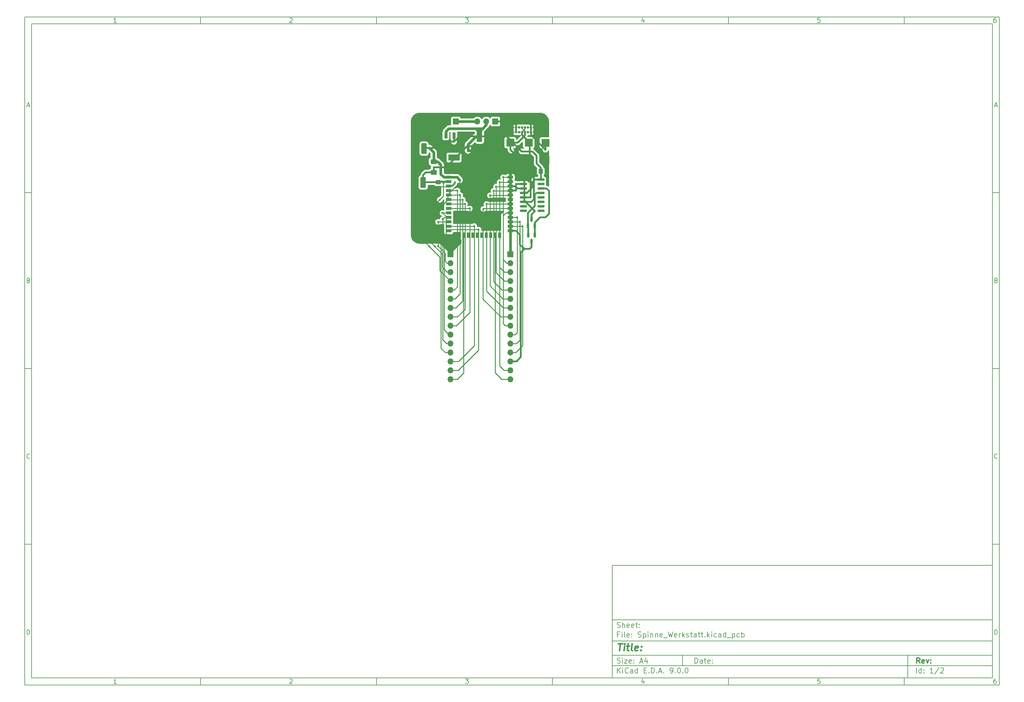
<source format=gtl>
G04 #@! TF.GenerationSoftware,KiCad,Pcbnew,9.0.0-9.0.0-2~ubuntu24.04.1*
G04 #@! TF.CreationDate,2025-04-22T13:06:13+02:00*
G04 #@! TF.ProjectId,Spinne_Werkstatt,5370696e-6e65-45f5-9765-726b73746174,rev?*
G04 #@! TF.SameCoordinates,Original*
G04 #@! TF.FileFunction,Copper,L1,Top*
G04 #@! TF.FilePolarity,Positive*
%FSLAX46Y46*%
G04 Gerber Fmt 4.6, Leading zero omitted, Abs format (unit mm)*
G04 Created by KiCad (PCBNEW 9.0.0-9.0.0-2~ubuntu24.04.1) date 2025-04-22 13:06:13*
%MOMM*%
%LPD*%
G01*
G04 APERTURE LIST*
G04 Aperture macros list*
%AMRoundRect*
0 Rectangle with rounded corners*
0 $1 Rounding radius*
0 $2 $3 $4 $5 $6 $7 $8 $9 X,Y pos of 4 corners*
0 Add a 4 corners polygon primitive as box body*
4,1,4,$2,$3,$4,$5,$6,$7,$8,$9,$2,$3,0*
0 Add four circle primitives for the rounded corners*
1,1,$1+$1,$2,$3*
1,1,$1+$1,$4,$5*
1,1,$1+$1,$6,$7*
1,1,$1+$1,$8,$9*
0 Add four rect primitives between the rounded corners*
20,1,$1+$1,$2,$3,$4,$5,0*
20,1,$1+$1,$4,$5,$6,$7,0*
20,1,$1+$1,$6,$7,$8,$9,0*
20,1,$1+$1,$8,$9,$2,$3,0*%
G04 Aperture macros list end*
%ADD10C,0.100000*%
%ADD11C,0.150000*%
%ADD12C,0.300000*%
%ADD13C,0.400000*%
G04 #@! TA.AperFunction,SMDPad,CuDef*
%ADD14RoundRect,0.250000X0.550000X-1.250000X0.550000X1.250000X-0.550000X1.250000X-0.550000X-1.250000X0*%
G04 #@! TD*
G04 #@! TA.AperFunction,SMDPad,CuDef*
%ADD15RoundRect,0.250000X-0.475000X0.337500X-0.475000X-0.337500X0.475000X-0.337500X0.475000X0.337500X0*%
G04 #@! TD*
G04 #@! TA.AperFunction,SMDPad,CuDef*
%ADD16R,2.260000X2.160000*%
G04 #@! TD*
G04 #@! TA.AperFunction,ComponentPad*
%ADD17C,0.700000*%
G04 #@! TD*
G04 #@! TA.AperFunction,ComponentPad*
%ADD18O,0.900000X2.400000*%
G04 #@! TD*
G04 #@! TA.AperFunction,ComponentPad*
%ADD19O,0.900000X1.700000*%
G04 #@! TD*
G04 #@! TA.AperFunction,SMDPad,CuDef*
%ADD20R,1.500000X0.900000*%
G04 #@! TD*
G04 #@! TA.AperFunction,SMDPad,CuDef*
%ADD21R,0.900000X1.500000*%
G04 #@! TD*
G04 #@! TA.AperFunction,SMDPad,CuDef*
%ADD22R,0.900000X0.900000*%
G04 #@! TD*
G04 #@! TA.AperFunction,HeatsinkPad*
%ADD23C,0.600000*%
G04 #@! TD*
G04 #@! TA.AperFunction,SMDPad,CuDef*
%ADD24R,3.800000X3.800000*%
G04 #@! TD*
G04 #@! TA.AperFunction,SMDPad,CuDef*
%ADD25RoundRect,0.150000X-0.825000X-0.150000X0.825000X-0.150000X0.825000X0.150000X-0.825000X0.150000X0*%
G04 #@! TD*
G04 #@! TA.AperFunction,SMDPad,CuDef*
%ADD26RoundRect,0.150000X-0.150000X0.587500X-0.150000X-0.587500X0.150000X-0.587500X0.150000X0.587500X0*%
G04 #@! TD*
G04 #@! TA.AperFunction,SMDPad,CuDef*
%ADD27RoundRect,0.150000X0.150000X-0.587500X0.150000X0.587500X-0.150000X0.587500X-0.150000X-0.587500X0*%
G04 #@! TD*
G04 #@! TA.AperFunction,SMDPad,CuDef*
%ADD28RoundRect,0.250000X-0.550000X1.250000X-0.550000X-1.250000X0.550000X-1.250000X0.550000X1.250000X0*%
G04 #@! TD*
G04 #@! TA.AperFunction,ComponentPad*
%ADD29R,1.700000X1.700000*%
G04 #@! TD*
G04 #@! TA.AperFunction,ComponentPad*
%ADD30O,1.700000X1.700000*%
G04 #@! TD*
G04 #@! TA.AperFunction,SMDPad,CuDef*
%ADD31R,0.950000X1.750000*%
G04 #@! TD*
G04 #@! TA.AperFunction,SMDPad,CuDef*
%ADD32R,3.200000X1.750000*%
G04 #@! TD*
G04 #@! TA.AperFunction,SMDPad,CuDef*
%ADD33RoundRect,0.250000X0.337500X0.475000X-0.337500X0.475000X-0.337500X-0.475000X0.337500X-0.475000X0*%
G04 #@! TD*
G04 #@! TA.AperFunction,SMDPad,CuDef*
%ADD34RoundRect,0.250000X-0.625000X0.400000X-0.625000X-0.400000X0.625000X-0.400000X0.625000X0.400000X0*%
G04 #@! TD*
G04 #@! TA.AperFunction,ViaPad*
%ADD35C,0.600000*%
G04 #@! TD*
G04 #@! TA.AperFunction,Conductor*
%ADD36C,0.254000*%
G04 #@! TD*
G04 #@! TA.AperFunction,Conductor*
%ADD37C,0.508000*%
G04 #@! TD*
G04 #@! TA.AperFunction,Conductor*
%ADD38C,1.700000*%
G04 #@! TD*
G04 #@! TA.AperFunction,Conductor*
%ADD39C,0.762000*%
G04 #@! TD*
G04 #@! TA.AperFunction,Conductor*
%ADD40C,0.299974*%
G04 #@! TD*
G04 APERTURE END LIST*
D10*
D11*
X177002200Y-166007200D02*
X285002200Y-166007200D01*
X285002200Y-198007200D01*
X177002200Y-198007200D01*
X177002200Y-166007200D01*
D10*
D11*
X10000000Y-10000000D02*
X287002200Y-10000000D01*
X287002200Y-200007200D01*
X10000000Y-200007200D01*
X10000000Y-10000000D01*
D10*
D11*
X12000000Y-12000000D02*
X285002200Y-12000000D01*
X285002200Y-198007200D01*
X12000000Y-198007200D01*
X12000000Y-12000000D01*
D10*
D11*
X60000000Y-12000000D02*
X60000000Y-10000000D01*
D10*
D11*
X110000000Y-12000000D02*
X110000000Y-10000000D01*
D10*
D11*
X160000000Y-12000000D02*
X160000000Y-10000000D01*
D10*
D11*
X210000000Y-12000000D02*
X210000000Y-10000000D01*
D10*
D11*
X260000000Y-12000000D02*
X260000000Y-10000000D01*
D10*
D11*
X36089160Y-11593604D02*
X35346303Y-11593604D01*
X35717731Y-11593604D02*
X35717731Y-10293604D01*
X35717731Y-10293604D02*
X35593922Y-10479319D01*
X35593922Y-10479319D02*
X35470112Y-10603128D01*
X35470112Y-10603128D02*
X35346303Y-10665033D01*
D10*
D11*
X85346303Y-10417414D02*
X85408207Y-10355509D01*
X85408207Y-10355509D02*
X85532017Y-10293604D01*
X85532017Y-10293604D02*
X85841541Y-10293604D01*
X85841541Y-10293604D02*
X85965350Y-10355509D01*
X85965350Y-10355509D02*
X86027255Y-10417414D01*
X86027255Y-10417414D02*
X86089160Y-10541223D01*
X86089160Y-10541223D02*
X86089160Y-10665033D01*
X86089160Y-10665033D02*
X86027255Y-10850747D01*
X86027255Y-10850747D02*
X85284398Y-11593604D01*
X85284398Y-11593604D02*
X86089160Y-11593604D01*
D10*
D11*
X135284398Y-10293604D02*
X136089160Y-10293604D01*
X136089160Y-10293604D02*
X135655826Y-10788842D01*
X135655826Y-10788842D02*
X135841541Y-10788842D01*
X135841541Y-10788842D02*
X135965350Y-10850747D01*
X135965350Y-10850747D02*
X136027255Y-10912652D01*
X136027255Y-10912652D02*
X136089160Y-11036461D01*
X136089160Y-11036461D02*
X136089160Y-11345985D01*
X136089160Y-11345985D02*
X136027255Y-11469795D01*
X136027255Y-11469795D02*
X135965350Y-11531700D01*
X135965350Y-11531700D02*
X135841541Y-11593604D01*
X135841541Y-11593604D02*
X135470112Y-11593604D01*
X135470112Y-11593604D02*
X135346303Y-11531700D01*
X135346303Y-11531700D02*
X135284398Y-11469795D01*
D10*
D11*
X185965350Y-10726938D02*
X185965350Y-11593604D01*
X185655826Y-10231700D02*
X185346303Y-11160271D01*
X185346303Y-11160271D02*
X186151064Y-11160271D01*
D10*
D11*
X236027255Y-10293604D02*
X235408207Y-10293604D01*
X235408207Y-10293604D02*
X235346303Y-10912652D01*
X235346303Y-10912652D02*
X235408207Y-10850747D01*
X235408207Y-10850747D02*
X235532017Y-10788842D01*
X235532017Y-10788842D02*
X235841541Y-10788842D01*
X235841541Y-10788842D02*
X235965350Y-10850747D01*
X235965350Y-10850747D02*
X236027255Y-10912652D01*
X236027255Y-10912652D02*
X236089160Y-11036461D01*
X236089160Y-11036461D02*
X236089160Y-11345985D01*
X236089160Y-11345985D02*
X236027255Y-11469795D01*
X236027255Y-11469795D02*
X235965350Y-11531700D01*
X235965350Y-11531700D02*
X235841541Y-11593604D01*
X235841541Y-11593604D02*
X235532017Y-11593604D01*
X235532017Y-11593604D02*
X235408207Y-11531700D01*
X235408207Y-11531700D02*
X235346303Y-11469795D01*
D10*
D11*
X285965350Y-10293604D02*
X285717731Y-10293604D01*
X285717731Y-10293604D02*
X285593922Y-10355509D01*
X285593922Y-10355509D02*
X285532017Y-10417414D01*
X285532017Y-10417414D02*
X285408207Y-10603128D01*
X285408207Y-10603128D02*
X285346303Y-10850747D01*
X285346303Y-10850747D02*
X285346303Y-11345985D01*
X285346303Y-11345985D02*
X285408207Y-11469795D01*
X285408207Y-11469795D02*
X285470112Y-11531700D01*
X285470112Y-11531700D02*
X285593922Y-11593604D01*
X285593922Y-11593604D02*
X285841541Y-11593604D01*
X285841541Y-11593604D02*
X285965350Y-11531700D01*
X285965350Y-11531700D02*
X286027255Y-11469795D01*
X286027255Y-11469795D02*
X286089160Y-11345985D01*
X286089160Y-11345985D02*
X286089160Y-11036461D01*
X286089160Y-11036461D02*
X286027255Y-10912652D01*
X286027255Y-10912652D02*
X285965350Y-10850747D01*
X285965350Y-10850747D02*
X285841541Y-10788842D01*
X285841541Y-10788842D02*
X285593922Y-10788842D01*
X285593922Y-10788842D02*
X285470112Y-10850747D01*
X285470112Y-10850747D02*
X285408207Y-10912652D01*
X285408207Y-10912652D02*
X285346303Y-11036461D01*
D10*
D11*
X60000000Y-198007200D02*
X60000000Y-200007200D01*
D10*
D11*
X110000000Y-198007200D02*
X110000000Y-200007200D01*
D10*
D11*
X160000000Y-198007200D02*
X160000000Y-200007200D01*
D10*
D11*
X210000000Y-198007200D02*
X210000000Y-200007200D01*
D10*
D11*
X260000000Y-198007200D02*
X260000000Y-200007200D01*
D10*
D11*
X36089160Y-199600804D02*
X35346303Y-199600804D01*
X35717731Y-199600804D02*
X35717731Y-198300804D01*
X35717731Y-198300804D02*
X35593922Y-198486519D01*
X35593922Y-198486519D02*
X35470112Y-198610328D01*
X35470112Y-198610328D02*
X35346303Y-198672233D01*
D10*
D11*
X85346303Y-198424614D02*
X85408207Y-198362709D01*
X85408207Y-198362709D02*
X85532017Y-198300804D01*
X85532017Y-198300804D02*
X85841541Y-198300804D01*
X85841541Y-198300804D02*
X85965350Y-198362709D01*
X85965350Y-198362709D02*
X86027255Y-198424614D01*
X86027255Y-198424614D02*
X86089160Y-198548423D01*
X86089160Y-198548423D02*
X86089160Y-198672233D01*
X86089160Y-198672233D02*
X86027255Y-198857947D01*
X86027255Y-198857947D02*
X85284398Y-199600804D01*
X85284398Y-199600804D02*
X86089160Y-199600804D01*
D10*
D11*
X135284398Y-198300804D02*
X136089160Y-198300804D01*
X136089160Y-198300804D02*
X135655826Y-198796042D01*
X135655826Y-198796042D02*
X135841541Y-198796042D01*
X135841541Y-198796042D02*
X135965350Y-198857947D01*
X135965350Y-198857947D02*
X136027255Y-198919852D01*
X136027255Y-198919852D02*
X136089160Y-199043661D01*
X136089160Y-199043661D02*
X136089160Y-199353185D01*
X136089160Y-199353185D02*
X136027255Y-199476995D01*
X136027255Y-199476995D02*
X135965350Y-199538900D01*
X135965350Y-199538900D02*
X135841541Y-199600804D01*
X135841541Y-199600804D02*
X135470112Y-199600804D01*
X135470112Y-199600804D02*
X135346303Y-199538900D01*
X135346303Y-199538900D02*
X135284398Y-199476995D01*
D10*
D11*
X185965350Y-198734138D02*
X185965350Y-199600804D01*
X185655826Y-198238900D02*
X185346303Y-199167471D01*
X185346303Y-199167471D02*
X186151064Y-199167471D01*
D10*
D11*
X236027255Y-198300804D02*
X235408207Y-198300804D01*
X235408207Y-198300804D02*
X235346303Y-198919852D01*
X235346303Y-198919852D02*
X235408207Y-198857947D01*
X235408207Y-198857947D02*
X235532017Y-198796042D01*
X235532017Y-198796042D02*
X235841541Y-198796042D01*
X235841541Y-198796042D02*
X235965350Y-198857947D01*
X235965350Y-198857947D02*
X236027255Y-198919852D01*
X236027255Y-198919852D02*
X236089160Y-199043661D01*
X236089160Y-199043661D02*
X236089160Y-199353185D01*
X236089160Y-199353185D02*
X236027255Y-199476995D01*
X236027255Y-199476995D02*
X235965350Y-199538900D01*
X235965350Y-199538900D02*
X235841541Y-199600804D01*
X235841541Y-199600804D02*
X235532017Y-199600804D01*
X235532017Y-199600804D02*
X235408207Y-199538900D01*
X235408207Y-199538900D02*
X235346303Y-199476995D01*
D10*
D11*
X285965350Y-198300804D02*
X285717731Y-198300804D01*
X285717731Y-198300804D02*
X285593922Y-198362709D01*
X285593922Y-198362709D02*
X285532017Y-198424614D01*
X285532017Y-198424614D02*
X285408207Y-198610328D01*
X285408207Y-198610328D02*
X285346303Y-198857947D01*
X285346303Y-198857947D02*
X285346303Y-199353185D01*
X285346303Y-199353185D02*
X285408207Y-199476995D01*
X285408207Y-199476995D02*
X285470112Y-199538900D01*
X285470112Y-199538900D02*
X285593922Y-199600804D01*
X285593922Y-199600804D02*
X285841541Y-199600804D01*
X285841541Y-199600804D02*
X285965350Y-199538900D01*
X285965350Y-199538900D02*
X286027255Y-199476995D01*
X286027255Y-199476995D02*
X286089160Y-199353185D01*
X286089160Y-199353185D02*
X286089160Y-199043661D01*
X286089160Y-199043661D02*
X286027255Y-198919852D01*
X286027255Y-198919852D02*
X285965350Y-198857947D01*
X285965350Y-198857947D02*
X285841541Y-198796042D01*
X285841541Y-198796042D02*
X285593922Y-198796042D01*
X285593922Y-198796042D02*
X285470112Y-198857947D01*
X285470112Y-198857947D02*
X285408207Y-198919852D01*
X285408207Y-198919852D02*
X285346303Y-199043661D01*
D10*
D11*
X10000000Y-60000000D02*
X12000000Y-60000000D01*
D10*
D11*
X10000000Y-110000000D02*
X12000000Y-110000000D01*
D10*
D11*
X10000000Y-160000000D02*
X12000000Y-160000000D01*
D10*
D11*
X10690476Y-35222176D02*
X11309523Y-35222176D01*
X10566666Y-35593604D02*
X10999999Y-34293604D01*
X10999999Y-34293604D02*
X11433333Y-35593604D01*
D10*
D11*
X11092857Y-84912652D02*
X11278571Y-84974557D01*
X11278571Y-84974557D02*
X11340476Y-85036461D01*
X11340476Y-85036461D02*
X11402380Y-85160271D01*
X11402380Y-85160271D02*
X11402380Y-85345985D01*
X11402380Y-85345985D02*
X11340476Y-85469795D01*
X11340476Y-85469795D02*
X11278571Y-85531700D01*
X11278571Y-85531700D02*
X11154761Y-85593604D01*
X11154761Y-85593604D02*
X10659523Y-85593604D01*
X10659523Y-85593604D02*
X10659523Y-84293604D01*
X10659523Y-84293604D02*
X11092857Y-84293604D01*
X11092857Y-84293604D02*
X11216666Y-84355509D01*
X11216666Y-84355509D02*
X11278571Y-84417414D01*
X11278571Y-84417414D02*
X11340476Y-84541223D01*
X11340476Y-84541223D02*
X11340476Y-84665033D01*
X11340476Y-84665033D02*
X11278571Y-84788842D01*
X11278571Y-84788842D02*
X11216666Y-84850747D01*
X11216666Y-84850747D02*
X11092857Y-84912652D01*
X11092857Y-84912652D02*
X10659523Y-84912652D01*
D10*
D11*
X11402380Y-135469795D02*
X11340476Y-135531700D01*
X11340476Y-135531700D02*
X11154761Y-135593604D01*
X11154761Y-135593604D02*
X11030952Y-135593604D01*
X11030952Y-135593604D02*
X10845238Y-135531700D01*
X10845238Y-135531700D02*
X10721428Y-135407890D01*
X10721428Y-135407890D02*
X10659523Y-135284080D01*
X10659523Y-135284080D02*
X10597619Y-135036461D01*
X10597619Y-135036461D02*
X10597619Y-134850747D01*
X10597619Y-134850747D02*
X10659523Y-134603128D01*
X10659523Y-134603128D02*
X10721428Y-134479319D01*
X10721428Y-134479319D02*
X10845238Y-134355509D01*
X10845238Y-134355509D02*
X11030952Y-134293604D01*
X11030952Y-134293604D02*
X11154761Y-134293604D01*
X11154761Y-134293604D02*
X11340476Y-134355509D01*
X11340476Y-134355509D02*
X11402380Y-134417414D01*
D10*
D11*
X10659523Y-185593604D02*
X10659523Y-184293604D01*
X10659523Y-184293604D02*
X10969047Y-184293604D01*
X10969047Y-184293604D02*
X11154761Y-184355509D01*
X11154761Y-184355509D02*
X11278571Y-184479319D01*
X11278571Y-184479319D02*
X11340476Y-184603128D01*
X11340476Y-184603128D02*
X11402380Y-184850747D01*
X11402380Y-184850747D02*
X11402380Y-185036461D01*
X11402380Y-185036461D02*
X11340476Y-185284080D01*
X11340476Y-185284080D02*
X11278571Y-185407890D01*
X11278571Y-185407890D02*
X11154761Y-185531700D01*
X11154761Y-185531700D02*
X10969047Y-185593604D01*
X10969047Y-185593604D02*
X10659523Y-185593604D01*
D10*
D11*
X287002200Y-60000000D02*
X285002200Y-60000000D01*
D10*
D11*
X287002200Y-110000000D02*
X285002200Y-110000000D01*
D10*
D11*
X287002200Y-160000000D02*
X285002200Y-160000000D01*
D10*
D11*
X285692676Y-35222176D02*
X286311723Y-35222176D01*
X285568866Y-35593604D02*
X286002199Y-34293604D01*
X286002199Y-34293604D02*
X286435533Y-35593604D01*
D10*
D11*
X286095057Y-84912652D02*
X286280771Y-84974557D01*
X286280771Y-84974557D02*
X286342676Y-85036461D01*
X286342676Y-85036461D02*
X286404580Y-85160271D01*
X286404580Y-85160271D02*
X286404580Y-85345985D01*
X286404580Y-85345985D02*
X286342676Y-85469795D01*
X286342676Y-85469795D02*
X286280771Y-85531700D01*
X286280771Y-85531700D02*
X286156961Y-85593604D01*
X286156961Y-85593604D02*
X285661723Y-85593604D01*
X285661723Y-85593604D02*
X285661723Y-84293604D01*
X285661723Y-84293604D02*
X286095057Y-84293604D01*
X286095057Y-84293604D02*
X286218866Y-84355509D01*
X286218866Y-84355509D02*
X286280771Y-84417414D01*
X286280771Y-84417414D02*
X286342676Y-84541223D01*
X286342676Y-84541223D02*
X286342676Y-84665033D01*
X286342676Y-84665033D02*
X286280771Y-84788842D01*
X286280771Y-84788842D02*
X286218866Y-84850747D01*
X286218866Y-84850747D02*
X286095057Y-84912652D01*
X286095057Y-84912652D02*
X285661723Y-84912652D01*
D10*
D11*
X286404580Y-135469795D02*
X286342676Y-135531700D01*
X286342676Y-135531700D02*
X286156961Y-135593604D01*
X286156961Y-135593604D02*
X286033152Y-135593604D01*
X286033152Y-135593604D02*
X285847438Y-135531700D01*
X285847438Y-135531700D02*
X285723628Y-135407890D01*
X285723628Y-135407890D02*
X285661723Y-135284080D01*
X285661723Y-135284080D02*
X285599819Y-135036461D01*
X285599819Y-135036461D02*
X285599819Y-134850747D01*
X285599819Y-134850747D02*
X285661723Y-134603128D01*
X285661723Y-134603128D02*
X285723628Y-134479319D01*
X285723628Y-134479319D02*
X285847438Y-134355509D01*
X285847438Y-134355509D02*
X286033152Y-134293604D01*
X286033152Y-134293604D02*
X286156961Y-134293604D01*
X286156961Y-134293604D02*
X286342676Y-134355509D01*
X286342676Y-134355509D02*
X286404580Y-134417414D01*
D10*
D11*
X285661723Y-185593604D02*
X285661723Y-184293604D01*
X285661723Y-184293604D02*
X285971247Y-184293604D01*
X285971247Y-184293604D02*
X286156961Y-184355509D01*
X286156961Y-184355509D02*
X286280771Y-184479319D01*
X286280771Y-184479319D02*
X286342676Y-184603128D01*
X286342676Y-184603128D02*
X286404580Y-184850747D01*
X286404580Y-184850747D02*
X286404580Y-185036461D01*
X286404580Y-185036461D02*
X286342676Y-185284080D01*
X286342676Y-185284080D02*
X286280771Y-185407890D01*
X286280771Y-185407890D02*
X286156961Y-185531700D01*
X286156961Y-185531700D02*
X285971247Y-185593604D01*
X285971247Y-185593604D02*
X285661723Y-185593604D01*
D10*
D11*
X200458026Y-193793328D02*
X200458026Y-192293328D01*
X200458026Y-192293328D02*
X200815169Y-192293328D01*
X200815169Y-192293328D02*
X201029455Y-192364757D01*
X201029455Y-192364757D02*
X201172312Y-192507614D01*
X201172312Y-192507614D02*
X201243741Y-192650471D01*
X201243741Y-192650471D02*
X201315169Y-192936185D01*
X201315169Y-192936185D02*
X201315169Y-193150471D01*
X201315169Y-193150471D02*
X201243741Y-193436185D01*
X201243741Y-193436185D02*
X201172312Y-193579042D01*
X201172312Y-193579042D02*
X201029455Y-193721900D01*
X201029455Y-193721900D02*
X200815169Y-193793328D01*
X200815169Y-193793328D02*
X200458026Y-193793328D01*
X202600884Y-193793328D02*
X202600884Y-193007614D01*
X202600884Y-193007614D02*
X202529455Y-192864757D01*
X202529455Y-192864757D02*
X202386598Y-192793328D01*
X202386598Y-192793328D02*
X202100884Y-192793328D01*
X202100884Y-192793328D02*
X201958026Y-192864757D01*
X202600884Y-193721900D02*
X202458026Y-193793328D01*
X202458026Y-193793328D02*
X202100884Y-193793328D01*
X202100884Y-193793328D02*
X201958026Y-193721900D01*
X201958026Y-193721900D02*
X201886598Y-193579042D01*
X201886598Y-193579042D02*
X201886598Y-193436185D01*
X201886598Y-193436185D02*
X201958026Y-193293328D01*
X201958026Y-193293328D02*
X202100884Y-193221900D01*
X202100884Y-193221900D02*
X202458026Y-193221900D01*
X202458026Y-193221900D02*
X202600884Y-193150471D01*
X203100884Y-192793328D02*
X203672312Y-192793328D01*
X203315169Y-192293328D02*
X203315169Y-193579042D01*
X203315169Y-193579042D02*
X203386598Y-193721900D01*
X203386598Y-193721900D02*
X203529455Y-193793328D01*
X203529455Y-193793328D02*
X203672312Y-193793328D01*
X204743741Y-193721900D02*
X204600884Y-193793328D01*
X204600884Y-193793328D02*
X204315170Y-193793328D01*
X204315170Y-193793328D02*
X204172312Y-193721900D01*
X204172312Y-193721900D02*
X204100884Y-193579042D01*
X204100884Y-193579042D02*
X204100884Y-193007614D01*
X204100884Y-193007614D02*
X204172312Y-192864757D01*
X204172312Y-192864757D02*
X204315170Y-192793328D01*
X204315170Y-192793328D02*
X204600884Y-192793328D01*
X204600884Y-192793328D02*
X204743741Y-192864757D01*
X204743741Y-192864757D02*
X204815170Y-193007614D01*
X204815170Y-193007614D02*
X204815170Y-193150471D01*
X204815170Y-193150471D02*
X204100884Y-193293328D01*
X205458026Y-193650471D02*
X205529455Y-193721900D01*
X205529455Y-193721900D02*
X205458026Y-193793328D01*
X205458026Y-193793328D02*
X205386598Y-193721900D01*
X205386598Y-193721900D02*
X205458026Y-193650471D01*
X205458026Y-193650471D02*
X205458026Y-193793328D01*
X205458026Y-192864757D02*
X205529455Y-192936185D01*
X205529455Y-192936185D02*
X205458026Y-193007614D01*
X205458026Y-193007614D02*
X205386598Y-192936185D01*
X205386598Y-192936185D02*
X205458026Y-192864757D01*
X205458026Y-192864757D02*
X205458026Y-193007614D01*
D10*
D11*
X177002200Y-194507200D02*
X285002200Y-194507200D01*
D10*
D11*
X178458026Y-196593328D02*
X178458026Y-195093328D01*
X179315169Y-196593328D02*
X178672312Y-195736185D01*
X179315169Y-195093328D02*
X178458026Y-195950471D01*
X179958026Y-196593328D02*
X179958026Y-195593328D01*
X179958026Y-195093328D02*
X179886598Y-195164757D01*
X179886598Y-195164757D02*
X179958026Y-195236185D01*
X179958026Y-195236185D02*
X180029455Y-195164757D01*
X180029455Y-195164757D02*
X179958026Y-195093328D01*
X179958026Y-195093328D02*
X179958026Y-195236185D01*
X181529455Y-196450471D02*
X181458027Y-196521900D01*
X181458027Y-196521900D02*
X181243741Y-196593328D01*
X181243741Y-196593328D02*
X181100884Y-196593328D01*
X181100884Y-196593328D02*
X180886598Y-196521900D01*
X180886598Y-196521900D02*
X180743741Y-196379042D01*
X180743741Y-196379042D02*
X180672312Y-196236185D01*
X180672312Y-196236185D02*
X180600884Y-195950471D01*
X180600884Y-195950471D02*
X180600884Y-195736185D01*
X180600884Y-195736185D02*
X180672312Y-195450471D01*
X180672312Y-195450471D02*
X180743741Y-195307614D01*
X180743741Y-195307614D02*
X180886598Y-195164757D01*
X180886598Y-195164757D02*
X181100884Y-195093328D01*
X181100884Y-195093328D02*
X181243741Y-195093328D01*
X181243741Y-195093328D02*
X181458027Y-195164757D01*
X181458027Y-195164757D02*
X181529455Y-195236185D01*
X182815170Y-196593328D02*
X182815170Y-195807614D01*
X182815170Y-195807614D02*
X182743741Y-195664757D01*
X182743741Y-195664757D02*
X182600884Y-195593328D01*
X182600884Y-195593328D02*
X182315170Y-195593328D01*
X182315170Y-195593328D02*
X182172312Y-195664757D01*
X182815170Y-196521900D02*
X182672312Y-196593328D01*
X182672312Y-196593328D02*
X182315170Y-196593328D01*
X182315170Y-196593328D02*
X182172312Y-196521900D01*
X182172312Y-196521900D02*
X182100884Y-196379042D01*
X182100884Y-196379042D02*
X182100884Y-196236185D01*
X182100884Y-196236185D02*
X182172312Y-196093328D01*
X182172312Y-196093328D02*
X182315170Y-196021900D01*
X182315170Y-196021900D02*
X182672312Y-196021900D01*
X182672312Y-196021900D02*
X182815170Y-195950471D01*
X184172313Y-196593328D02*
X184172313Y-195093328D01*
X184172313Y-196521900D02*
X184029455Y-196593328D01*
X184029455Y-196593328D02*
X183743741Y-196593328D01*
X183743741Y-196593328D02*
X183600884Y-196521900D01*
X183600884Y-196521900D02*
X183529455Y-196450471D01*
X183529455Y-196450471D02*
X183458027Y-196307614D01*
X183458027Y-196307614D02*
X183458027Y-195879042D01*
X183458027Y-195879042D02*
X183529455Y-195736185D01*
X183529455Y-195736185D02*
X183600884Y-195664757D01*
X183600884Y-195664757D02*
X183743741Y-195593328D01*
X183743741Y-195593328D02*
X184029455Y-195593328D01*
X184029455Y-195593328D02*
X184172313Y-195664757D01*
X186029455Y-195807614D02*
X186529455Y-195807614D01*
X186743741Y-196593328D02*
X186029455Y-196593328D01*
X186029455Y-196593328D02*
X186029455Y-195093328D01*
X186029455Y-195093328D02*
X186743741Y-195093328D01*
X187386598Y-196450471D02*
X187458027Y-196521900D01*
X187458027Y-196521900D02*
X187386598Y-196593328D01*
X187386598Y-196593328D02*
X187315170Y-196521900D01*
X187315170Y-196521900D02*
X187386598Y-196450471D01*
X187386598Y-196450471D02*
X187386598Y-196593328D01*
X188100884Y-196593328D02*
X188100884Y-195093328D01*
X188100884Y-195093328D02*
X188458027Y-195093328D01*
X188458027Y-195093328D02*
X188672313Y-195164757D01*
X188672313Y-195164757D02*
X188815170Y-195307614D01*
X188815170Y-195307614D02*
X188886599Y-195450471D01*
X188886599Y-195450471D02*
X188958027Y-195736185D01*
X188958027Y-195736185D02*
X188958027Y-195950471D01*
X188958027Y-195950471D02*
X188886599Y-196236185D01*
X188886599Y-196236185D02*
X188815170Y-196379042D01*
X188815170Y-196379042D02*
X188672313Y-196521900D01*
X188672313Y-196521900D02*
X188458027Y-196593328D01*
X188458027Y-196593328D02*
X188100884Y-196593328D01*
X189600884Y-196450471D02*
X189672313Y-196521900D01*
X189672313Y-196521900D02*
X189600884Y-196593328D01*
X189600884Y-196593328D02*
X189529456Y-196521900D01*
X189529456Y-196521900D02*
X189600884Y-196450471D01*
X189600884Y-196450471D02*
X189600884Y-196593328D01*
X190243742Y-196164757D02*
X190958028Y-196164757D01*
X190100885Y-196593328D02*
X190600885Y-195093328D01*
X190600885Y-195093328D02*
X191100885Y-196593328D01*
X191600884Y-196450471D02*
X191672313Y-196521900D01*
X191672313Y-196521900D02*
X191600884Y-196593328D01*
X191600884Y-196593328D02*
X191529456Y-196521900D01*
X191529456Y-196521900D02*
X191600884Y-196450471D01*
X191600884Y-196450471D02*
X191600884Y-196593328D01*
X193529456Y-196593328D02*
X193815170Y-196593328D01*
X193815170Y-196593328D02*
X193958027Y-196521900D01*
X193958027Y-196521900D02*
X194029456Y-196450471D01*
X194029456Y-196450471D02*
X194172313Y-196236185D01*
X194172313Y-196236185D02*
X194243742Y-195950471D01*
X194243742Y-195950471D02*
X194243742Y-195379042D01*
X194243742Y-195379042D02*
X194172313Y-195236185D01*
X194172313Y-195236185D02*
X194100885Y-195164757D01*
X194100885Y-195164757D02*
X193958027Y-195093328D01*
X193958027Y-195093328D02*
X193672313Y-195093328D01*
X193672313Y-195093328D02*
X193529456Y-195164757D01*
X193529456Y-195164757D02*
X193458027Y-195236185D01*
X193458027Y-195236185D02*
X193386599Y-195379042D01*
X193386599Y-195379042D02*
X193386599Y-195736185D01*
X193386599Y-195736185D02*
X193458027Y-195879042D01*
X193458027Y-195879042D02*
X193529456Y-195950471D01*
X193529456Y-195950471D02*
X193672313Y-196021900D01*
X193672313Y-196021900D02*
X193958027Y-196021900D01*
X193958027Y-196021900D02*
X194100885Y-195950471D01*
X194100885Y-195950471D02*
X194172313Y-195879042D01*
X194172313Y-195879042D02*
X194243742Y-195736185D01*
X194886598Y-196450471D02*
X194958027Y-196521900D01*
X194958027Y-196521900D02*
X194886598Y-196593328D01*
X194886598Y-196593328D02*
X194815170Y-196521900D01*
X194815170Y-196521900D02*
X194886598Y-196450471D01*
X194886598Y-196450471D02*
X194886598Y-196593328D01*
X195886599Y-195093328D02*
X196029456Y-195093328D01*
X196029456Y-195093328D02*
X196172313Y-195164757D01*
X196172313Y-195164757D02*
X196243742Y-195236185D01*
X196243742Y-195236185D02*
X196315170Y-195379042D01*
X196315170Y-195379042D02*
X196386599Y-195664757D01*
X196386599Y-195664757D02*
X196386599Y-196021900D01*
X196386599Y-196021900D02*
X196315170Y-196307614D01*
X196315170Y-196307614D02*
X196243742Y-196450471D01*
X196243742Y-196450471D02*
X196172313Y-196521900D01*
X196172313Y-196521900D02*
X196029456Y-196593328D01*
X196029456Y-196593328D02*
X195886599Y-196593328D01*
X195886599Y-196593328D02*
X195743742Y-196521900D01*
X195743742Y-196521900D02*
X195672313Y-196450471D01*
X195672313Y-196450471D02*
X195600884Y-196307614D01*
X195600884Y-196307614D02*
X195529456Y-196021900D01*
X195529456Y-196021900D02*
X195529456Y-195664757D01*
X195529456Y-195664757D02*
X195600884Y-195379042D01*
X195600884Y-195379042D02*
X195672313Y-195236185D01*
X195672313Y-195236185D02*
X195743742Y-195164757D01*
X195743742Y-195164757D02*
X195886599Y-195093328D01*
X197029455Y-196450471D02*
X197100884Y-196521900D01*
X197100884Y-196521900D02*
X197029455Y-196593328D01*
X197029455Y-196593328D02*
X196958027Y-196521900D01*
X196958027Y-196521900D02*
X197029455Y-196450471D01*
X197029455Y-196450471D02*
X197029455Y-196593328D01*
X198029456Y-195093328D02*
X198172313Y-195093328D01*
X198172313Y-195093328D02*
X198315170Y-195164757D01*
X198315170Y-195164757D02*
X198386599Y-195236185D01*
X198386599Y-195236185D02*
X198458027Y-195379042D01*
X198458027Y-195379042D02*
X198529456Y-195664757D01*
X198529456Y-195664757D02*
X198529456Y-196021900D01*
X198529456Y-196021900D02*
X198458027Y-196307614D01*
X198458027Y-196307614D02*
X198386599Y-196450471D01*
X198386599Y-196450471D02*
X198315170Y-196521900D01*
X198315170Y-196521900D02*
X198172313Y-196593328D01*
X198172313Y-196593328D02*
X198029456Y-196593328D01*
X198029456Y-196593328D02*
X197886599Y-196521900D01*
X197886599Y-196521900D02*
X197815170Y-196450471D01*
X197815170Y-196450471D02*
X197743741Y-196307614D01*
X197743741Y-196307614D02*
X197672313Y-196021900D01*
X197672313Y-196021900D02*
X197672313Y-195664757D01*
X197672313Y-195664757D02*
X197743741Y-195379042D01*
X197743741Y-195379042D02*
X197815170Y-195236185D01*
X197815170Y-195236185D02*
X197886599Y-195164757D01*
X197886599Y-195164757D02*
X198029456Y-195093328D01*
D10*
D11*
X177002200Y-191507200D02*
X285002200Y-191507200D01*
D10*
D12*
X264413853Y-193785528D02*
X263913853Y-193071242D01*
X263556710Y-193785528D02*
X263556710Y-192285528D01*
X263556710Y-192285528D02*
X264128139Y-192285528D01*
X264128139Y-192285528D02*
X264270996Y-192356957D01*
X264270996Y-192356957D02*
X264342425Y-192428385D01*
X264342425Y-192428385D02*
X264413853Y-192571242D01*
X264413853Y-192571242D02*
X264413853Y-192785528D01*
X264413853Y-192785528D02*
X264342425Y-192928385D01*
X264342425Y-192928385D02*
X264270996Y-192999814D01*
X264270996Y-192999814D02*
X264128139Y-193071242D01*
X264128139Y-193071242D02*
X263556710Y-193071242D01*
X265628139Y-193714100D02*
X265485282Y-193785528D01*
X265485282Y-193785528D02*
X265199568Y-193785528D01*
X265199568Y-193785528D02*
X265056710Y-193714100D01*
X265056710Y-193714100D02*
X264985282Y-193571242D01*
X264985282Y-193571242D02*
X264985282Y-192999814D01*
X264985282Y-192999814D02*
X265056710Y-192856957D01*
X265056710Y-192856957D02*
X265199568Y-192785528D01*
X265199568Y-192785528D02*
X265485282Y-192785528D01*
X265485282Y-192785528D02*
X265628139Y-192856957D01*
X265628139Y-192856957D02*
X265699568Y-192999814D01*
X265699568Y-192999814D02*
X265699568Y-193142671D01*
X265699568Y-193142671D02*
X264985282Y-193285528D01*
X266199567Y-192785528D02*
X266556710Y-193785528D01*
X266556710Y-193785528D02*
X266913853Y-192785528D01*
X267485281Y-193642671D02*
X267556710Y-193714100D01*
X267556710Y-193714100D02*
X267485281Y-193785528D01*
X267485281Y-193785528D02*
X267413853Y-193714100D01*
X267413853Y-193714100D02*
X267485281Y-193642671D01*
X267485281Y-193642671D02*
X267485281Y-193785528D01*
X267485281Y-192856957D02*
X267556710Y-192928385D01*
X267556710Y-192928385D02*
X267485281Y-192999814D01*
X267485281Y-192999814D02*
X267413853Y-192928385D01*
X267413853Y-192928385D02*
X267485281Y-192856957D01*
X267485281Y-192856957D02*
X267485281Y-192999814D01*
D10*
D11*
X178386598Y-193721900D02*
X178600884Y-193793328D01*
X178600884Y-193793328D02*
X178958026Y-193793328D01*
X178958026Y-193793328D02*
X179100884Y-193721900D01*
X179100884Y-193721900D02*
X179172312Y-193650471D01*
X179172312Y-193650471D02*
X179243741Y-193507614D01*
X179243741Y-193507614D02*
X179243741Y-193364757D01*
X179243741Y-193364757D02*
X179172312Y-193221900D01*
X179172312Y-193221900D02*
X179100884Y-193150471D01*
X179100884Y-193150471D02*
X178958026Y-193079042D01*
X178958026Y-193079042D02*
X178672312Y-193007614D01*
X178672312Y-193007614D02*
X178529455Y-192936185D01*
X178529455Y-192936185D02*
X178458026Y-192864757D01*
X178458026Y-192864757D02*
X178386598Y-192721900D01*
X178386598Y-192721900D02*
X178386598Y-192579042D01*
X178386598Y-192579042D02*
X178458026Y-192436185D01*
X178458026Y-192436185D02*
X178529455Y-192364757D01*
X178529455Y-192364757D02*
X178672312Y-192293328D01*
X178672312Y-192293328D02*
X179029455Y-192293328D01*
X179029455Y-192293328D02*
X179243741Y-192364757D01*
X179886597Y-193793328D02*
X179886597Y-192793328D01*
X179886597Y-192293328D02*
X179815169Y-192364757D01*
X179815169Y-192364757D02*
X179886597Y-192436185D01*
X179886597Y-192436185D02*
X179958026Y-192364757D01*
X179958026Y-192364757D02*
X179886597Y-192293328D01*
X179886597Y-192293328D02*
X179886597Y-192436185D01*
X180458026Y-192793328D02*
X181243741Y-192793328D01*
X181243741Y-192793328D02*
X180458026Y-193793328D01*
X180458026Y-193793328D02*
X181243741Y-193793328D01*
X182386598Y-193721900D02*
X182243741Y-193793328D01*
X182243741Y-193793328D02*
X181958027Y-193793328D01*
X181958027Y-193793328D02*
X181815169Y-193721900D01*
X181815169Y-193721900D02*
X181743741Y-193579042D01*
X181743741Y-193579042D02*
X181743741Y-193007614D01*
X181743741Y-193007614D02*
X181815169Y-192864757D01*
X181815169Y-192864757D02*
X181958027Y-192793328D01*
X181958027Y-192793328D02*
X182243741Y-192793328D01*
X182243741Y-192793328D02*
X182386598Y-192864757D01*
X182386598Y-192864757D02*
X182458027Y-193007614D01*
X182458027Y-193007614D02*
X182458027Y-193150471D01*
X182458027Y-193150471D02*
X181743741Y-193293328D01*
X183100883Y-193650471D02*
X183172312Y-193721900D01*
X183172312Y-193721900D02*
X183100883Y-193793328D01*
X183100883Y-193793328D02*
X183029455Y-193721900D01*
X183029455Y-193721900D02*
X183100883Y-193650471D01*
X183100883Y-193650471D02*
X183100883Y-193793328D01*
X183100883Y-192864757D02*
X183172312Y-192936185D01*
X183172312Y-192936185D02*
X183100883Y-193007614D01*
X183100883Y-193007614D02*
X183029455Y-192936185D01*
X183029455Y-192936185D02*
X183100883Y-192864757D01*
X183100883Y-192864757D02*
X183100883Y-193007614D01*
X184886598Y-193364757D02*
X185600884Y-193364757D01*
X184743741Y-193793328D02*
X185243741Y-192293328D01*
X185243741Y-192293328D02*
X185743741Y-193793328D01*
X186886598Y-192793328D02*
X186886598Y-193793328D01*
X186529455Y-192221900D02*
X186172312Y-193293328D01*
X186172312Y-193293328D02*
X187100883Y-193293328D01*
D10*
D11*
X263458026Y-196593328D02*
X263458026Y-195093328D01*
X264815170Y-196593328D02*
X264815170Y-195093328D01*
X264815170Y-196521900D02*
X264672312Y-196593328D01*
X264672312Y-196593328D02*
X264386598Y-196593328D01*
X264386598Y-196593328D02*
X264243741Y-196521900D01*
X264243741Y-196521900D02*
X264172312Y-196450471D01*
X264172312Y-196450471D02*
X264100884Y-196307614D01*
X264100884Y-196307614D02*
X264100884Y-195879042D01*
X264100884Y-195879042D02*
X264172312Y-195736185D01*
X264172312Y-195736185D02*
X264243741Y-195664757D01*
X264243741Y-195664757D02*
X264386598Y-195593328D01*
X264386598Y-195593328D02*
X264672312Y-195593328D01*
X264672312Y-195593328D02*
X264815170Y-195664757D01*
X265529455Y-196450471D02*
X265600884Y-196521900D01*
X265600884Y-196521900D02*
X265529455Y-196593328D01*
X265529455Y-196593328D02*
X265458027Y-196521900D01*
X265458027Y-196521900D02*
X265529455Y-196450471D01*
X265529455Y-196450471D02*
X265529455Y-196593328D01*
X265529455Y-195664757D02*
X265600884Y-195736185D01*
X265600884Y-195736185D02*
X265529455Y-195807614D01*
X265529455Y-195807614D02*
X265458027Y-195736185D01*
X265458027Y-195736185D02*
X265529455Y-195664757D01*
X265529455Y-195664757D02*
X265529455Y-195807614D01*
X268172313Y-196593328D02*
X267315170Y-196593328D01*
X267743741Y-196593328D02*
X267743741Y-195093328D01*
X267743741Y-195093328D02*
X267600884Y-195307614D01*
X267600884Y-195307614D02*
X267458027Y-195450471D01*
X267458027Y-195450471D02*
X267315170Y-195521900D01*
X269886598Y-195021900D02*
X268600884Y-196950471D01*
X270315170Y-195236185D02*
X270386598Y-195164757D01*
X270386598Y-195164757D02*
X270529456Y-195093328D01*
X270529456Y-195093328D02*
X270886598Y-195093328D01*
X270886598Y-195093328D02*
X271029456Y-195164757D01*
X271029456Y-195164757D02*
X271100884Y-195236185D01*
X271100884Y-195236185D02*
X271172313Y-195379042D01*
X271172313Y-195379042D02*
X271172313Y-195521900D01*
X271172313Y-195521900D02*
X271100884Y-195736185D01*
X271100884Y-195736185D02*
X270243741Y-196593328D01*
X270243741Y-196593328D02*
X271172313Y-196593328D01*
D10*
D11*
X177002200Y-187507200D02*
X285002200Y-187507200D01*
D10*
D13*
X178693928Y-188211638D02*
X179836785Y-188211638D01*
X179015357Y-190211638D02*
X179265357Y-188211638D01*
X180253452Y-190211638D02*
X180420119Y-188878304D01*
X180503452Y-188211638D02*
X180396309Y-188306876D01*
X180396309Y-188306876D02*
X180479643Y-188402114D01*
X180479643Y-188402114D02*
X180586786Y-188306876D01*
X180586786Y-188306876D02*
X180503452Y-188211638D01*
X180503452Y-188211638D02*
X180479643Y-188402114D01*
X181086786Y-188878304D02*
X181848690Y-188878304D01*
X181455833Y-188211638D02*
X181241548Y-189925923D01*
X181241548Y-189925923D02*
X181312976Y-190116400D01*
X181312976Y-190116400D02*
X181491548Y-190211638D01*
X181491548Y-190211638D02*
X181682024Y-190211638D01*
X182634405Y-190211638D02*
X182455833Y-190116400D01*
X182455833Y-190116400D02*
X182384405Y-189925923D01*
X182384405Y-189925923D02*
X182598690Y-188211638D01*
X184170119Y-190116400D02*
X183967738Y-190211638D01*
X183967738Y-190211638D02*
X183586785Y-190211638D01*
X183586785Y-190211638D02*
X183408214Y-190116400D01*
X183408214Y-190116400D02*
X183336785Y-189925923D01*
X183336785Y-189925923D02*
X183432024Y-189164019D01*
X183432024Y-189164019D02*
X183551071Y-188973542D01*
X183551071Y-188973542D02*
X183753452Y-188878304D01*
X183753452Y-188878304D02*
X184134404Y-188878304D01*
X184134404Y-188878304D02*
X184312976Y-188973542D01*
X184312976Y-188973542D02*
X184384404Y-189164019D01*
X184384404Y-189164019D02*
X184360595Y-189354495D01*
X184360595Y-189354495D02*
X183384404Y-189544971D01*
X185134405Y-190021161D02*
X185217738Y-190116400D01*
X185217738Y-190116400D02*
X185110595Y-190211638D01*
X185110595Y-190211638D02*
X185027262Y-190116400D01*
X185027262Y-190116400D02*
X185134405Y-190021161D01*
X185134405Y-190021161D02*
X185110595Y-190211638D01*
X185265357Y-188973542D02*
X185348690Y-189068780D01*
X185348690Y-189068780D02*
X185241548Y-189164019D01*
X185241548Y-189164019D02*
X185158214Y-189068780D01*
X185158214Y-189068780D02*
X185265357Y-188973542D01*
X185265357Y-188973542D02*
X185241548Y-189164019D01*
D10*
D11*
X178958026Y-185607614D02*
X178458026Y-185607614D01*
X178458026Y-186393328D02*
X178458026Y-184893328D01*
X178458026Y-184893328D02*
X179172312Y-184893328D01*
X179743740Y-186393328D02*
X179743740Y-185393328D01*
X179743740Y-184893328D02*
X179672312Y-184964757D01*
X179672312Y-184964757D02*
X179743740Y-185036185D01*
X179743740Y-185036185D02*
X179815169Y-184964757D01*
X179815169Y-184964757D02*
X179743740Y-184893328D01*
X179743740Y-184893328D02*
X179743740Y-185036185D01*
X180672312Y-186393328D02*
X180529455Y-186321900D01*
X180529455Y-186321900D02*
X180458026Y-186179042D01*
X180458026Y-186179042D02*
X180458026Y-184893328D01*
X181815169Y-186321900D02*
X181672312Y-186393328D01*
X181672312Y-186393328D02*
X181386598Y-186393328D01*
X181386598Y-186393328D02*
X181243740Y-186321900D01*
X181243740Y-186321900D02*
X181172312Y-186179042D01*
X181172312Y-186179042D02*
X181172312Y-185607614D01*
X181172312Y-185607614D02*
X181243740Y-185464757D01*
X181243740Y-185464757D02*
X181386598Y-185393328D01*
X181386598Y-185393328D02*
X181672312Y-185393328D01*
X181672312Y-185393328D02*
X181815169Y-185464757D01*
X181815169Y-185464757D02*
X181886598Y-185607614D01*
X181886598Y-185607614D02*
X181886598Y-185750471D01*
X181886598Y-185750471D02*
X181172312Y-185893328D01*
X182529454Y-186250471D02*
X182600883Y-186321900D01*
X182600883Y-186321900D02*
X182529454Y-186393328D01*
X182529454Y-186393328D02*
X182458026Y-186321900D01*
X182458026Y-186321900D02*
X182529454Y-186250471D01*
X182529454Y-186250471D02*
X182529454Y-186393328D01*
X182529454Y-185464757D02*
X182600883Y-185536185D01*
X182600883Y-185536185D02*
X182529454Y-185607614D01*
X182529454Y-185607614D02*
X182458026Y-185536185D01*
X182458026Y-185536185D02*
X182529454Y-185464757D01*
X182529454Y-185464757D02*
X182529454Y-185607614D01*
X184315169Y-186321900D02*
X184529455Y-186393328D01*
X184529455Y-186393328D02*
X184886597Y-186393328D01*
X184886597Y-186393328D02*
X185029455Y-186321900D01*
X185029455Y-186321900D02*
X185100883Y-186250471D01*
X185100883Y-186250471D02*
X185172312Y-186107614D01*
X185172312Y-186107614D02*
X185172312Y-185964757D01*
X185172312Y-185964757D02*
X185100883Y-185821900D01*
X185100883Y-185821900D02*
X185029455Y-185750471D01*
X185029455Y-185750471D02*
X184886597Y-185679042D01*
X184886597Y-185679042D02*
X184600883Y-185607614D01*
X184600883Y-185607614D02*
X184458026Y-185536185D01*
X184458026Y-185536185D02*
X184386597Y-185464757D01*
X184386597Y-185464757D02*
X184315169Y-185321900D01*
X184315169Y-185321900D02*
X184315169Y-185179042D01*
X184315169Y-185179042D02*
X184386597Y-185036185D01*
X184386597Y-185036185D02*
X184458026Y-184964757D01*
X184458026Y-184964757D02*
X184600883Y-184893328D01*
X184600883Y-184893328D02*
X184958026Y-184893328D01*
X184958026Y-184893328D02*
X185172312Y-184964757D01*
X185815168Y-185393328D02*
X185815168Y-186893328D01*
X185815168Y-185464757D02*
X185958026Y-185393328D01*
X185958026Y-185393328D02*
X186243740Y-185393328D01*
X186243740Y-185393328D02*
X186386597Y-185464757D01*
X186386597Y-185464757D02*
X186458026Y-185536185D01*
X186458026Y-185536185D02*
X186529454Y-185679042D01*
X186529454Y-185679042D02*
X186529454Y-186107614D01*
X186529454Y-186107614D02*
X186458026Y-186250471D01*
X186458026Y-186250471D02*
X186386597Y-186321900D01*
X186386597Y-186321900D02*
X186243740Y-186393328D01*
X186243740Y-186393328D02*
X185958026Y-186393328D01*
X185958026Y-186393328D02*
X185815168Y-186321900D01*
X187172311Y-186393328D02*
X187172311Y-185393328D01*
X187172311Y-184893328D02*
X187100883Y-184964757D01*
X187100883Y-184964757D02*
X187172311Y-185036185D01*
X187172311Y-185036185D02*
X187243740Y-184964757D01*
X187243740Y-184964757D02*
X187172311Y-184893328D01*
X187172311Y-184893328D02*
X187172311Y-185036185D01*
X187886597Y-185393328D02*
X187886597Y-186393328D01*
X187886597Y-185536185D02*
X187958026Y-185464757D01*
X187958026Y-185464757D02*
X188100883Y-185393328D01*
X188100883Y-185393328D02*
X188315169Y-185393328D01*
X188315169Y-185393328D02*
X188458026Y-185464757D01*
X188458026Y-185464757D02*
X188529455Y-185607614D01*
X188529455Y-185607614D02*
X188529455Y-186393328D01*
X189243740Y-185393328D02*
X189243740Y-186393328D01*
X189243740Y-185536185D02*
X189315169Y-185464757D01*
X189315169Y-185464757D02*
X189458026Y-185393328D01*
X189458026Y-185393328D02*
X189672312Y-185393328D01*
X189672312Y-185393328D02*
X189815169Y-185464757D01*
X189815169Y-185464757D02*
X189886598Y-185607614D01*
X189886598Y-185607614D02*
X189886598Y-186393328D01*
X191172312Y-186321900D02*
X191029455Y-186393328D01*
X191029455Y-186393328D02*
X190743741Y-186393328D01*
X190743741Y-186393328D02*
X190600883Y-186321900D01*
X190600883Y-186321900D02*
X190529455Y-186179042D01*
X190529455Y-186179042D02*
X190529455Y-185607614D01*
X190529455Y-185607614D02*
X190600883Y-185464757D01*
X190600883Y-185464757D02*
X190743741Y-185393328D01*
X190743741Y-185393328D02*
X191029455Y-185393328D01*
X191029455Y-185393328D02*
X191172312Y-185464757D01*
X191172312Y-185464757D02*
X191243741Y-185607614D01*
X191243741Y-185607614D02*
X191243741Y-185750471D01*
X191243741Y-185750471D02*
X190529455Y-185893328D01*
X191529455Y-186536185D02*
X192672312Y-186536185D01*
X192886597Y-184893328D02*
X193243740Y-186393328D01*
X193243740Y-186393328D02*
X193529454Y-185321900D01*
X193529454Y-185321900D02*
X193815169Y-186393328D01*
X193815169Y-186393328D02*
X194172312Y-184893328D01*
X195315169Y-186321900D02*
X195172312Y-186393328D01*
X195172312Y-186393328D02*
X194886598Y-186393328D01*
X194886598Y-186393328D02*
X194743740Y-186321900D01*
X194743740Y-186321900D02*
X194672312Y-186179042D01*
X194672312Y-186179042D02*
X194672312Y-185607614D01*
X194672312Y-185607614D02*
X194743740Y-185464757D01*
X194743740Y-185464757D02*
X194886598Y-185393328D01*
X194886598Y-185393328D02*
X195172312Y-185393328D01*
X195172312Y-185393328D02*
X195315169Y-185464757D01*
X195315169Y-185464757D02*
X195386598Y-185607614D01*
X195386598Y-185607614D02*
X195386598Y-185750471D01*
X195386598Y-185750471D02*
X194672312Y-185893328D01*
X196029454Y-186393328D02*
X196029454Y-185393328D01*
X196029454Y-185679042D02*
X196100883Y-185536185D01*
X196100883Y-185536185D02*
X196172312Y-185464757D01*
X196172312Y-185464757D02*
X196315169Y-185393328D01*
X196315169Y-185393328D02*
X196458026Y-185393328D01*
X196958025Y-186393328D02*
X196958025Y-184893328D01*
X197100883Y-185821900D02*
X197529454Y-186393328D01*
X197529454Y-185393328D02*
X196958025Y-185964757D01*
X198100883Y-186321900D02*
X198243740Y-186393328D01*
X198243740Y-186393328D02*
X198529454Y-186393328D01*
X198529454Y-186393328D02*
X198672311Y-186321900D01*
X198672311Y-186321900D02*
X198743740Y-186179042D01*
X198743740Y-186179042D02*
X198743740Y-186107614D01*
X198743740Y-186107614D02*
X198672311Y-185964757D01*
X198672311Y-185964757D02*
X198529454Y-185893328D01*
X198529454Y-185893328D02*
X198315169Y-185893328D01*
X198315169Y-185893328D02*
X198172311Y-185821900D01*
X198172311Y-185821900D02*
X198100883Y-185679042D01*
X198100883Y-185679042D02*
X198100883Y-185607614D01*
X198100883Y-185607614D02*
X198172311Y-185464757D01*
X198172311Y-185464757D02*
X198315169Y-185393328D01*
X198315169Y-185393328D02*
X198529454Y-185393328D01*
X198529454Y-185393328D02*
X198672311Y-185464757D01*
X199172312Y-185393328D02*
X199743740Y-185393328D01*
X199386597Y-184893328D02*
X199386597Y-186179042D01*
X199386597Y-186179042D02*
X199458026Y-186321900D01*
X199458026Y-186321900D02*
X199600883Y-186393328D01*
X199600883Y-186393328D02*
X199743740Y-186393328D01*
X200886598Y-186393328D02*
X200886598Y-185607614D01*
X200886598Y-185607614D02*
X200815169Y-185464757D01*
X200815169Y-185464757D02*
X200672312Y-185393328D01*
X200672312Y-185393328D02*
X200386598Y-185393328D01*
X200386598Y-185393328D02*
X200243740Y-185464757D01*
X200886598Y-186321900D02*
X200743740Y-186393328D01*
X200743740Y-186393328D02*
X200386598Y-186393328D01*
X200386598Y-186393328D02*
X200243740Y-186321900D01*
X200243740Y-186321900D02*
X200172312Y-186179042D01*
X200172312Y-186179042D02*
X200172312Y-186036185D01*
X200172312Y-186036185D02*
X200243740Y-185893328D01*
X200243740Y-185893328D02*
X200386598Y-185821900D01*
X200386598Y-185821900D02*
X200743740Y-185821900D01*
X200743740Y-185821900D02*
X200886598Y-185750471D01*
X201386598Y-185393328D02*
X201958026Y-185393328D01*
X201600883Y-184893328D02*
X201600883Y-186179042D01*
X201600883Y-186179042D02*
X201672312Y-186321900D01*
X201672312Y-186321900D02*
X201815169Y-186393328D01*
X201815169Y-186393328D02*
X201958026Y-186393328D01*
X202243741Y-185393328D02*
X202815169Y-185393328D01*
X202458026Y-184893328D02*
X202458026Y-186179042D01*
X202458026Y-186179042D02*
X202529455Y-186321900D01*
X202529455Y-186321900D02*
X202672312Y-186393328D01*
X202672312Y-186393328D02*
X202815169Y-186393328D01*
X203315169Y-186250471D02*
X203386598Y-186321900D01*
X203386598Y-186321900D02*
X203315169Y-186393328D01*
X203315169Y-186393328D02*
X203243741Y-186321900D01*
X203243741Y-186321900D02*
X203315169Y-186250471D01*
X203315169Y-186250471D02*
X203315169Y-186393328D01*
X204029455Y-186393328D02*
X204029455Y-184893328D01*
X204172313Y-185821900D02*
X204600884Y-186393328D01*
X204600884Y-185393328D02*
X204029455Y-185964757D01*
X205243741Y-186393328D02*
X205243741Y-185393328D01*
X205243741Y-184893328D02*
X205172313Y-184964757D01*
X205172313Y-184964757D02*
X205243741Y-185036185D01*
X205243741Y-185036185D02*
X205315170Y-184964757D01*
X205315170Y-184964757D02*
X205243741Y-184893328D01*
X205243741Y-184893328D02*
X205243741Y-185036185D01*
X206600885Y-186321900D02*
X206458027Y-186393328D01*
X206458027Y-186393328D02*
X206172313Y-186393328D01*
X206172313Y-186393328D02*
X206029456Y-186321900D01*
X206029456Y-186321900D02*
X205958027Y-186250471D01*
X205958027Y-186250471D02*
X205886599Y-186107614D01*
X205886599Y-186107614D02*
X205886599Y-185679042D01*
X205886599Y-185679042D02*
X205958027Y-185536185D01*
X205958027Y-185536185D02*
X206029456Y-185464757D01*
X206029456Y-185464757D02*
X206172313Y-185393328D01*
X206172313Y-185393328D02*
X206458027Y-185393328D01*
X206458027Y-185393328D02*
X206600885Y-185464757D01*
X207886599Y-186393328D02*
X207886599Y-185607614D01*
X207886599Y-185607614D02*
X207815170Y-185464757D01*
X207815170Y-185464757D02*
X207672313Y-185393328D01*
X207672313Y-185393328D02*
X207386599Y-185393328D01*
X207386599Y-185393328D02*
X207243741Y-185464757D01*
X207886599Y-186321900D02*
X207743741Y-186393328D01*
X207743741Y-186393328D02*
X207386599Y-186393328D01*
X207386599Y-186393328D02*
X207243741Y-186321900D01*
X207243741Y-186321900D02*
X207172313Y-186179042D01*
X207172313Y-186179042D02*
X207172313Y-186036185D01*
X207172313Y-186036185D02*
X207243741Y-185893328D01*
X207243741Y-185893328D02*
X207386599Y-185821900D01*
X207386599Y-185821900D02*
X207743741Y-185821900D01*
X207743741Y-185821900D02*
X207886599Y-185750471D01*
X209243742Y-186393328D02*
X209243742Y-184893328D01*
X209243742Y-186321900D02*
X209100884Y-186393328D01*
X209100884Y-186393328D02*
X208815170Y-186393328D01*
X208815170Y-186393328D02*
X208672313Y-186321900D01*
X208672313Y-186321900D02*
X208600884Y-186250471D01*
X208600884Y-186250471D02*
X208529456Y-186107614D01*
X208529456Y-186107614D02*
X208529456Y-185679042D01*
X208529456Y-185679042D02*
X208600884Y-185536185D01*
X208600884Y-185536185D02*
X208672313Y-185464757D01*
X208672313Y-185464757D02*
X208815170Y-185393328D01*
X208815170Y-185393328D02*
X209100884Y-185393328D01*
X209100884Y-185393328D02*
X209243742Y-185464757D01*
X209600885Y-186536185D02*
X210743742Y-186536185D01*
X211100884Y-185393328D02*
X211100884Y-186893328D01*
X211100884Y-185464757D02*
X211243742Y-185393328D01*
X211243742Y-185393328D02*
X211529456Y-185393328D01*
X211529456Y-185393328D02*
X211672313Y-185464757D01*
X211672313Y-185464757D02*
X211743742Y-185536185D01*
X211743742Y-185536185D02*
X211815170Y-185679042D01*
X211815170Y-185679042D02*
X211815170Y-186107614D01*
X211815170Y-186107614D02*
X211743742Y-186250471D01*
X211743742Y-186250471D02*
X211672313Y-186321900D01*
X211672313Y-186321900D02*
X211529456Y-186393328D01*
X211529456Y-186393328D02*
X211243742Y-186393328D01*
X211243742Y-186393328D02*
X211100884Y-186321900D01*
X213100885Y-186321900D02*
X212958027Y-186393328D01*
X212958027Y-186393328D02*
X212672313Y-186393328D01*
X212672313Y-186393328D02*
X212529456Y-186321900D01*
X212529456Y-186321900D02*
X212458027Y-186250471D01*
X212458027Y-186250471D02*
X212386599Y-186107614D01*
X212386599Y-186107614D02*
X212386599Y-185679042D01*
X212386599Y-185679042D02*
X212458027Y-185536185D01*
X212458027Y-185536185D02*
X212529456Y-185464757D01*
X212529456Y-185464757D02*
X212672313Y-185393328D01*
X212672313Y-185393328D02*
X212958027Y-185393328D01*
X212958027Y-185393328D02*
X213100885Y-185464757D01*
X213743741Y-186393328D02*
X213743741Y-184893328D01*
X213743741Y-185464757D02*
X213886599Y-185393328D01*
X213886599Y-185393328D02*
X214172313Y-185393328D01*
X214172313Y-185393328D02*
X214315170Y-185464757D01*
X214315170Y-185464757D02*
X214386599Y-185536185D01*
X214386599Y-185536185D02*
X214458027Y-185679042D01*
X214458027Y-185679042D02*
X214458027Y-186107614D01*
X214458027Y-186107614D02*
X214386599Y-186250471D01*
X214386599Y-186250471D02*
X214315170Y-186321900D01*
X214315170Y-186321900D02*
X214172313Y-186393328D01*
X214172313Y-186393328D02*
X213886599Y-186393328D01*
X213886599Y-186393328D02*
X213743741Y-186321900D01*
D10*
D11*
X177002200Y-181507200D02*
X285002200Y-181507200D01*
D10*
D11*
X178386598Y-183621900D02*
X178600884Y-183693328D01*
X178600884Y-183693328D02*
X178958026Y-183693328D01*
X178958026Y-183693328D02*
X179100884Y-183621900D01*
X179100884Y-183621900D02*
X179172312Y-183550471D01*
X179172312Y-183550471D02*
X179243741Y-183407614D01*
X179243741Y-183407614D02*
X179243741Y-183264757D01*
X179243741Y-183264757D02*
X179172312Y-183121900D01*
X179172312Y-183121900D02*
X179100884Y-183050471D01*
X179100884Y-183050471D02*
X178958026Y-182979042D01*
X178958026Y-182979042D02*
X178672312Y-182907614D01*
X178672312Y-182907614D02*
X178529455Y-182836185D01*
X178529455Y-182836185D02*
X178458026Y-182764757D01*
X178458026Y-182764757D02*
X178386598Y-182621900D01*
X178386598Y-182621900D02*
X178386598Y-182479042D01*
X178386598Y-182479042D02*
X178458026Y-182336185D01*
X178458026Y-182336185D02*
X178529455Y-182264757D01*
X178529455Y-182264757D02*
X178672312Y-182193328D01*
X178672312Y-182193328D02*
X179029455Y-182193328D01*
X179029455Y-182193328D02*
X179243741Y-182264757D01*
X179886597Y-183693328D02*
X179886597Y-182193328D01*
X180529455Y-183693328D02*
X180529455Y-182907614D01*
X180529455Y-182907614D02*
X180458026Y-182764757D01*
X180458026Y-182764757D02*
X180315169Y-182693328D01*
X180315169Y-182693328D02*
X180100883Y-182693328D01*
X180100883Y-182693328D02*
X179958026Y-182764757D01*
X179958026Y-182764757D02*
X179886597Y-182836185D01*
X181815169Y-183621900D02*
X181672312Y-183693328D01*
X181672312Y-183693328D02*
X181386598Y-183693328D01*
X181386598Y-183693328D02*
X181243740Y-183621900D01*
X181243740Y-183621900D02*
X181172312Y-183479042D01*
X181172312Y-183479042D02*
X181172312Y-182907614D01*
X181172312Y-182907614D02*
X181243740Y-182764757D01*
X181243740Y-182764757D02*
X181386598Y-182693328D01*
X181386598Y-182693328D02*
X181672312Y-182693328D01*
X181672312Y-182693328D02*
X181815169Y-182764757D01*
X181815169Y-182764757D02*
X181886598Y-182907614D01*
X181886598Y-182907614D02*
X181886598Y-183050471D01*
X181886598Y-183050471D02*
X181172312Y-183193328D01*
X183100883Y-183621900D02*
X182958026Y-183693328D01*
X182958026Y-183693328D02*
X182672312Y-183693328D01*
X182672312Y-183693328D02*
X182529454Y-183621900D01*
X182529454Y-183621900D02*
X182458026Y-183479042D01*
X182458026Y-183479042D02*
X182458026Y-182907614D01*
X182458026Y-182907614D02*
X182529454Y-182764757D01*
X182529454Y-182764757D02*
X182672312Y-182693328D01*
X182672312Y-182693328D02*
X182958026Y-182693328D01*
X182958026Y-182693328D02*
X183100883Y-182764757D01*
X183100883Y-182764757D02*
X183172312Y-182907614D01*
X183172312Y-182907614D02*
X183172312Y-183050471D01*
X183172312Y-183050471D02*
X182458026Y-183193328D01*
X183600883Y-182693328D02*
X184172311Y-182693328D01*
X183815168Y-182193328D02*
X183815168Y-183479042D01*
X183815168Y-183479042D02*
X183886597Y-183621900D01*
X183886597Y-183621900D02*
X184029454Y-183693328D01*
X184029454Y-183693328D02*
X184172311Y-183693328D01*
X184672311Y-183550471D02*
X184743740Y-183621900D01*
X184743740Y-183621900D02*
X184672311Y-183693328D01*
X184672311Y-183693328D02*
X184600883Y-183621900D01*
X184600883Y-183621900D02*
X184672311Y-183550471D01*
X184672311Y-183550471D02*
X184672311Y-183693328D01*
X184672311Y-182764757D02*
X184743740Y-182836185D01*
X184743740Y-182836185D02*
X184672311Y-182907614D01*
X184672311Y-182907614D02*
X184600883Y-182836185D01*
X184600883Y-182836185D02*
X184672311Y-182764757D01*
X184672311Y-182764757D02*
X184672311Y-182907614D01*
D10*
D11*
X197002200Y-191507200D02*
X197002200Y-194507200D01*
D10*
D11*
X261002200Y-191507200D02*
X261002200Y-198007200D01*
D14*
X123500000Y-47450000D03*
X123500000Y-43050000D03*
D15*
X127500000Y-57000000D03*
X127500000Y-59075000D03*
D16*
X153250000Y-50650000D03*
X153250000Y-45750000D03*
X148000000Y-50650000D03*
X148000000Y-45750000D03*
D17*
X154725000Y-42775000D03*
X153875000Y-42775000D03*
X153025000Y-42775000D03*
X152175000Y-42775000D03*
X151325000Y-42775000D03*
X150475000Y-42775000D03*
X149625000Y-42775000D03*
X148775000Y-42775000D03*
X148775000Y-41425000D03*
X149625000Y-41425000D03*
X150475000Y-41425000D03*
X151325000Y-41425000D03*
X152175000Y-41425000D03*
X153025000Y-41425000D03*
X153875000Y-41425000D03*
X154725000Y-41425000D03*
D18*
X156075000Y-41795000D03*
D19*
X156075000Y-38415000D03*
D18*
X147425000Y-41795000D03*
D19*
X147425000Y-38415000D03*
D20*
X130500000Y-54340000D03*
X130500000Y-55610000D03*
X130500000Y-56880000D03*
X130500000Y-58150000D03*
X130500000Y-59420000D03*
X130500000Y-60690000D03*
X130500000Y-61960000D03*
X130500000Y-63230000D03*
X130500000Y-64500000D03*
X130500000Y-65770000D03*
X130500000Y-67040000D03*
X130500000Y-68310000D03*
X130500000Y-69580000D03*
X130500000Y-70850000D03*
D21*
X133535000Y-72100000D03*
X134805000Y-72100000D03*
X136075000Y-72100000D03*
X137345000Y-72100000D03*
X138615000Y-72100000D03*
X139885000Y-72100000D03*
X141155000Y-72100000D03*
X142425000Y-72100000D03*
X143695000Y-72100000D03*
X144965000Y-72100000D03*
D20*
X148000000Y-70850000D03*
X148000000Y-69580000D03*
X148000000Y-68310000D03*
X148000000Y-67040000D03*
X148000000Y-65770000D03*
X148000000Y-64500000D03*
X148000000Y-63230000D03*
X148000000Y-61960000D03*
X148000000Y-60690000D03*
X148000000Y-59420000D03*
X148000000Y-58150000D03*
X148000000Y-56880000D03*
X148000000Y-55610000D03*
X148000000Y-54340000D03*
D22*
X136350000Y-60280000D03*
D23*
X136350000Y-60980000D03*
D22*
X136350000Y-61680000D03*
D23*
X136350000Y-62380000D03*
D22*
X136350000Y-63080000D03*
D23*
X137050000Y-60280000D03*
X137050000Y-61680000D03*
X137050000Y-63080000D03*
D22*
X137750000Y-60280000D03*
D23*
X137750000Y-60980000D03*
D22*
X137750000Y-61680000D03*
D24*
X137750000Y-61680000D03*
D23*
X137750000Y-62380000D03*
D22*
X137750000Y-63080000D03*
D23*
X138450000Y-60280000D03*
X138450000Y-61680000D03*
X138450000Y-63080000D03*
D22*
X139150000Y-60280000D03*
D23*
X139150000Y-60980000D03*
D22*
X139150000Y-61680000D03*
D23*
X139150000Y-62380000D03*
D22*
X139150000Y-63080000D03*
D25*
X151775000Y-56210000D03*
X151775000Y-57480000D03*
X151775000Y-58750000D03*
X151775000Y-60020000D03*
X151775000Y-61290000D03*
X151775000Y-62560000D03*
X151775000Y-63830000D03*
X151775000Y-65100000D03*
X156725000Y-65100000D03*
X156725000Y-63830000D03*
X156725000Y-62560000D03*
X156725000Y-61290000D03*
X156725000Y-60020000D03*
X156725000Y-58750000D03*
X156725000Y-57480000D03*
X156725000Y-56210000D03*
D16*
X158000000Y-50700000D03*
X158000000Y-45800000D03*
D26*
X155000000Y-72000000D03*
X153100000Y-72000000D03*
X154050000Y-73875000D03*
D27*
X153050000Y-69375000D03*
X154950000Y-69375000D03*
X154000000Y-67500000D03*
D28*
X123250000Y-57100000D03*
X123250000Y-61500000D03*
D29*
X132525000Y-39750000D03*
D30*
X129985000Y-39750000D03*
D29*
X143750000Y-39750000D03*
D30*
X141210000Y-39750000D03*
X138670000Y-39750000D03*
D31*
X134300000Y-43700000D03*
X132000000Y-43700000D03*
D32*
X132000000Y-50000000D03*
D31*
X129700000Y-43700000D03*
D33*
X156687500Y-53900000D03*
X154612500Y-53900000D03*
D34*
X126250000Y-51150000D03*
X126250000Y-54250000D03*
D28*
X139250000Y-44050000D03*
X139250000Y-48450000D03*
D29*
X148000000Y-77500000D03*
D30*
X148000000Y-80040000D03*
X148000000Y-82580000D03*
X148000000Y-85120000D03*
X148000000Y-87660000D03*
X148000000Y-90200000D03*
X148000000Y-92740000D03*
X148000000Y-95280000D03*
X148000000Y-97820000D03*
X148000000Y-100360000D03*
X148000000Y-102900000D03*
X148000000Y-105440000D03*
X148000000Y-107980000D03*
X148000000Y-110520000D03*
X148000000Y-113060000D03*
D29*
X131000000Y-77500000D03*
D30*
X131000000Y-80040000D03*
X131000000Y-82580000D03*
X131000000Y-85120000D03*
X131000000Y-87660000D03*
X131000000Y-90200000D03*
X131000000Y-92740000D03*
X131000000Y-95280000D03*
X131000000Y-97820000D03*
X131000000Y-100360000D03*
X131000000Y-102900000D03*
X131000000Y-105440000D03*
X131000000Y-107980000D03*
X131000000Y-110520000D03*
X131000000Y-113060000D03*
D35*
X128000000Y-62000000D03*
X155000000Y-65250000D03*
X126500000Y-75250000D03*
X126250000Y-52750000D03*
X151250000Y-48250000D03*
X125000000Y-47250000D03*
X132000000Y-45500000D03*
X133625000Y-56375000D03*
X127500000Y-75250000D03*
X136000000Y-48000000D03*
X158000000Y-47750000D03*
X132250000Y-57000000D03*
X124993144Y-75256856D03*
X128750000Y-65770000D03*
X134500000Y-62000000D03*
X133000000Y-59420000D03*
X133750000Y-60690000D03*
X137750000Y-69500000D03*
X135127000Y-63230000D03*
X136500000Y-64500000D03*
X127500000Y-68310000D03*
X139000000Y-70500000D03*
X128795000Y-67545000D03*
X144000000Y-58250000D03*
X150750000Y-68310000D03*
X140375000Y-64625000D03*
X150000000Y-67040000D03*
X141250000Y-63230000D03*
X146000000Y-55610000D03*
X142250000Y-60750000D03*
X145000000Y-57000000D03*
X151500000Y-69500000D03*
X149656800Y-59420000D03*
X149656800Y-57480000D03*
X143250000Y-59500000D03*
X148250000Y-48000000D03*
X153750000Y-61290000D03*
X153504000Y-47500000D03*
X154000000Y-62560000D03*
D36*
X128000000Y-62000000D02*
X129000000Y-61000000D01*
D37*
X127620000Y-56880000D02*
X127500000Y-57000000D01*
D36*
X129000000Y-61000000D02*
X129000000Y-57500000D01*
X129000000Y-57380000D02*
X128500000Y-56880000D01*
D37*
X129500000Y-56880000D02*
X129000000Y-56880000D01*
D36*
X129000000Y-57380000D02*
X129500000Y-56880000D01*
D37*
X123250000Y-55000000D02*
X124000000Y-54250000D01*
X129000000Y-56880000D02*
X128500000Y-56880000D01*
X154000000Y-66250000D02*
X155000000Y-65250000D01*
D36*
X129000000Y-57500000D02*
X129000000Y-57380000D01*
D37*
X123250000Y-57050000D02*
X123250000Y-55000000D01*
X128500000Y-56880000D02*
X127620000Y-56880000D01*
D36*
X129000000Y-57500000D02*
X129000000Y-56880000D01*
X128750000Y-77500000D02*
X128750000Y-81250000D01*
X130080000Y-82580000D02*
X131000000Y-82580000D01*
D37*
X126250000Y-54250000D02*
X126250000Y-52750000D01*
X154000000Y-67500000D02*
X154000000Y-66250000D01*
X123250000Y-57050000D02*
X123300000Y-57000000D01*
X123300000Y-57000000D02*
X123750000Y-56550000D01*
D36*
X128750000Y-81250000D02*
X130080000Y-82580000D01*
D37*
X130500000Y-56880000D02*
X129500000Y-56880000D01*
D36*
X126500000Y-75250000D02*
X128750000Y-77500000D01*
D37*
X124000000Y-54250000D02*
X126250000Y-54250000D01*
X128000000Y-57000000D02*
X123300000Y-57000000D01*
D38*
X131000000Y-77500000D02*
X131000000Y-76250000D01*
X131000000Y-76250000D02*
X131000000Y-74250000D01*
X131000000Y-76250000D02*
X133250000Y-74000000D01*
D37*
X133535000Y-72100000D02*
X133500000Y-72135000D01*
D38*
X131000000Y-76250000D02*
X128500000Y-73750000D01*
D37*
X151250000Y-48250000D02*
X153186268Y-48250000D01*
X156700000Y-52900000D02*
X156700000Y-54250000D01*
X156700000Y-54250000D02*
X156725000Y-54275000D01*
X156725000Y-54275000D02*
X156725000Y-56210000D01*
X151775000Y-60020000D02*
X152730000Y-60020000D01*
D39*
X127400000Y-51150000D02*
X128250000Y-52000000D01*
D37*
X152730000Y-60020000D02*
X154250000Y-58500000D01*
D36*
X129500000Y-77250000D02*
X129500000Y-79500000D01*
X130040000Y-80040000D02*
X131000000Y-80040000D01*
D37*
X153191268Y-48255000D02*
X154255000Y-48255000D01*
D39*
X128250000Y-52000000D02*
X128250000Y-54750000D01*
X130500000Y-55610000D02*
X132860000Y-55610000D01*
X129110000Y-55610000D02*
X130500000Y-55610000D01*
D36*
X127500000Y-75250000D02*
X129500000Y-77250000D01*
D37*
X155040000Y-56210000D02*
X156725000Y-56210000D01*
X154255000Y-48255000D02*
X155500000Y-49500000D01*
X123700000Y-47250000D02*
X123500000Y-47450000D01*
X154250000Y-58500000D02*
X154250000Y-57000000D01*
X155500000Y-51700000D02*
X156700000Y-52900000D01*
X125000000Y-47250000D02*
X123700000Y-47250000D01*
X155500000Y-49500000D02*
X155500000Y-51700000D01*
D39*
X126250000Y-51150000D02*
X127400000Y-51150000D01*
X126250000Y-51150000D02*
X126250000Y-48500000D01*
D37*
X153186268Y-48250000D02*
X153191268Y-48255000D01*
D39*
X126250000Y-48500000D02*
X125000000Y-47250000D01*
X128250000Y-54750000D02*
X129110000Y-55610000D01*
D36*
X129500000Y-79500000D02*
X130040000Y-80040000D01*
D37*
X132000000Y-45500000D02*
X132000000Y-43700000D01*
X154250000Y-57000000D02*
X155040000Y-56210000D01*
D39*
X132860000Y-55610000D02*
X133625000Y-56375000D01*
X138250000Y-41750000D02*
X139000000Y-41750000D01*
X139250000Y-44050000D02*
X139250000Y-42750000D01*
X138200000Y-44050000D02*
X139250000Y-44050000D01*
X136000000Y-46250000D02*
X138200000Y-44050000D01*
X129700000Y-43700000D02*
X129750000Y-43650000D01*
X136000000Y-48000000D02*
X136000000Y-46250000D01*
X139460000Y-42210000D02*
X139000000Y-41750000D01*
X140170000Y-41750000D02*
X141210000Y-40710000D01*
X129750000Y-42500000D02*
X130500000Y-41750000D01*
X139250000Y-44050000D02*
X139250000Y-42670000D01*
X139000000Y-41750000D02*
X140170000Y-41750000D01*
X130500000Y-41750000D02*
X138250000Y-41750000D01*
X139250000Y-42750000D02*
X138250000Y-41750000D01*
X139250000Y-42670000D02*
X140170000Y-41750000D01*
X139250000Y-42670000D02*
X139460000Y-42460000D01*
X129750000Y-43650000D02*
X129750000Y-42500000D01*
X139460000Y-42460000D02*
X139460000Y-42210000D01*
D37*
X153875000Y-41425000D02*
X153875000Y-41375000D01*
X153875000Y-41375000D02*
X153920000Y-41330000D01*
X158000000Y-47750000D02*
X158000000Y-45800000D01*
X144000000Y-40000000D02*
X143750000Y-39750000D01*
D36*
X149500000Y-42900000D02*
X149625000Y-42775000D01*
X130500000Y-58150000D02*
X131600000Y-58150000D01*
X128000000Y-82120000D02*
X131000000Y-85120000D01*
X132250000Y-57000000D02*
X132250000Y-57500000D01*
X128000000Y-78263712D02*
X128000000Y-82120000D01*
X131600000Y-58150000D02*
X132250000Y-57500000D01*
X124993144Y-75256856D02*
X128000000Y-78263712D01*
X128750000Y-65770000D02*
X130500000Y-65770000D01*
X134500000Y-62000000D02*
X130540000Y-62000000D01*
X130540000Y-62000000D02*
X130500000Y-61960000D01*
X130500000Y-59420000D02*
X132920000Y-59420000D01*
X132920000Y-59420000D02*
X133000000Y-59500000D01*
X133750000Y-60690000D02*
X130500000Y-60690000D01*
X130580000Y-69500000D02*
X130500000Y-69580000D01*
X137750000Y-69500000D02*
X130580000Y-69500000D01*
X130500000Y-63230000D02*
X135127000Y-63230000D01*
X136500000Y-64500000D02*
X130500000Y-64500000D01*
X130500000Y-68310000D02*
X127500000Y-68310000D01*
X130850000Y-70500000D02*
X130500000Y-70850000D01*
X139000000Y-70500000D02*
X130850000Y-70500000D01*
X130350000Y-71000000D02*
X130500000Y-70850000D01*
X131000000Y-113060000D02*
X132940000Y-113060000D01*
X132940000Y-113060000D02*
X134750000Y-111250000D01*
X134750000Y-111250000D02*
X134750000Y-72155000D01*
X134750000Y-72155000D02*
X134805000Y-72100000D01*
X129300000Y-67040000D02*
X130500000Y-67040000D01*
X128795000Y-67545000D02*
X129300000Y-67040000D01*
X146570000Y-97820000D02*
X146000000Y-97250000D01*
X148000000Y-97820000D02*
X146570000Y-97820000D01*
X146770000Y-65770000D02*
X148000000Y-65770000D01*
X146000000Y-97250000D02*
X146000000Y-66500000D01*
X146750000Y-65750000D02*
X146770000Y-65770000D01*
X146000000Y-66500000D02*
X146750000Y-65750000D01*
X143695000Y-72100000D02*
X143695000Y-111195000D01*
X143695000Y-111195000D02*
X145560000Y-113060000D01*
X145560000Y-113060000D02*
X148000000Y-113060000D01*
D37*
X148085000Y-58235000D02*
X148000000Y-58150000D01*
X150054532Y-58750000D02*
X149539532Y-58235000D01*
D36*
X144000000Y-58250000D02*
X147900000Y-58250000D01*
D37*
X148195000Y-58345000D02*
X148000000Y-58150000D01*
X151775000Y-58750000D02*
X150054532Y-58750000D01*
D36*
X147900000Y-58250000D02*
X148000000Y-58150000D01*
D37*
X149539532Y-58235000D02*
X148085000Y-58235000D01*
D36*
X150750000Y-68310000D02*
X148000000Y-68310000D01*
X144965000Y-109215000D02*
X144965000Y-72100000D01*
X146270000Y-110520000D02*
X144965000Y-109215000D01*
X148000000Y-110520000D02*
X146270000Y-110520000D01*
X140500000Y-64500000D02*
X148000000Y-64500000D01*
X140375000Y-64625000D02*
X140500000Y-64500000D01*
X148000000Y-67040000D02*
X150000000Y-67040000D01*
X148000000Y-63230000D02*
X141250000Y-63230000D01*
X148000000Y-55610000D02*
X146000000Y-55610000D01*
X142250000Y-60750000D02*
X147940000Y-60750000D01*
X147940000Y-60750000D02*
X148000000Y-60690000D01*
X145000000Y-57000000D02*
X147880000Y-57000000D01*
X147880000Y-57000000D02*
X148000000Y-56880000D01*
X151500000Y-69500000D02*
X151420000Y-69580000D01*
X151420000Y-69580000D02*
X148000000Y-69580000D01*
D37*
X149670000Y-59420000D02*
X148000000Y-59420000D01*
X151755000Y-57500000D02*
X151775000Y-57480000D01*
D36*
X143250000Y-59500000D02*
X147920000Y-59500000D01*
D37*
X149656800Y-57500000D02*
X151755000Y-57500000D01*
D36*
X147920000Y-59500000D02*
X148000000Y-59420000D01*
D39*
X138670000Y-39750000D02*
X132525000Y-39750000D01*
D37*
X155000000Y-72000000D02*
X155000000Y-69425000D01*
X159000000Y-66000000D02*
X159000000Y-59500000D01*
X158250000Y-58750000D02*
X159000000Y-59500000D01*
X156500000Y-67000000D02*
X158000000Y-67000000D01*
X155000000Y-69425000D02*
X154950000Y-69375000D01*
X154950000Y-68550000D02*
X156500000Y-67000000D01*
X158000000Y-67000000D02*
X159000000Y-66000000D01*
X154950000Y-69375000D02*
X154950000Y-68550000D01*
X156725000Y-58750000D02*
X158250000Y-58750000D01*
X153100000Y-69425000D02*
X153050000Y-69375000D01*
X156725000Y-60020000D02*
X155480000Y-60020000D01*
X155480000Y-60020000D02*
X155000000Y-60500000D01*
X153050000Y-69375000D02*
X153050000Y-65700000D01*
X155000000Y-63750000D02*
X155000000Y-60500000D01*
X153100000Y-72000000D02*
X153100000Y-69425000D01*
X153050000Y-65700000D02*
X155000000Y-63750000D01*
X152000000Y-76000000D02*
X151375000Y-75375000D01*
X151500000Y-76500000D02*
X151625000Y-76375000D01*
X151625000Y-75625000D02*
X151375000Y-75375000D01*
X152000000Y-76000000D02*
X151500000Y-76500000D01*
X151000000Y-77000000D02*
X151500000Y-76500000D01*
X150750000Y-74750000D02*
X150750000Y-72000000D01*
X148000000Y-107980000D02*
X149770000Y-107980000D01*
X151625000Y-76375000D02*
X151625000Y-75625000D01*
X154050000Y-73875000D02*
X154050000Y-75450000D01*
X153500000Y-76000000D02*
X152000000Y-76000000D01*
X154050000Y-75450000D02*
X153500000Y-76000000D01*
X149770000Y-107980000D02*
X151000000Y-106750000D01*
X151000000Y-106750000D02*
X151000000Y-77000000D01*
X150750000Y-72000000D02*
X149600000Y-70850000D01*
X151375000Y-75375000D02*
X150750000Y-74750000D01*
X149600000Y-70850000D02*
X148000000Y-70850000D01*
X148000000Y-45750000D02*
X148250000Y-46000000D01*
X148000000Y-47750000D02*
X148250000Y-48000000D01*
X150125000Y-45750000D02*
X152175000Y-43700000D01*
X148000000Y-47750000D02*
X148000000Y-45750000D01*
X152175000Y-43700000D02*
X152175000Y-42775000D01*
X148000000Y-45750000D02*
X150125000Y-45750000D01*
X151775000Y-61290000D02*
X153750000Y-61290000D01*
D36*
X151325000Y-42666163D02*
X151325000Y-42775000D01*
X152175000Y-41825000D02*
X151903000Y-42097000D01*
X151903000Y-42097000D02*
X151894163Y-42097000D01*
X151894163Y-42097000D02*
X151325000Y-42666163D01*
D37*
X153504000Y-46004000D02*
X153250000Y-45750000D01*
D40*
X151325000Y-42775000D02*
X151325000Y-42675000D01*
D37*
X153504000Y-47500000D02*
X153504000Y-46004000D01*
D36*
X152175000Y-41425000D02*
X152175000Y-41825000D01*
D37*
X151775000Y-62560000D02*
X154000000Y-62560000D01*
G04 #@! TA.AperFunction,Conductor*
G36*
X156463801Y-37250230D02*
G01*
X156494523Y-37252088D01*
X156758566Y-37268059D01*
X156773647Y-37269890D01*
X157060374Y-37322435D01*
X157075121Y-37326070D01*
X157353432Y-37412795D01*
X157367644Y-37418186D01*
X157633445Y-37537813D01*
X157646910Y-37544879D01*
X157896373Y-37695685D01*
X157908872Y-37704312D01*
X158138342Y-37884090D01*
X158149722Y-37894173D01*
X158355826Y-38100277D01*
X158365910Y-38111658D01*
X158545684Y-38341124D01*
X158554316Y-38353629D01*
X158665010Y-38536738D01*
X158705116Y-38603082D01*
X158712186Y-38616554D01*
X158831811Y-38882350D01*
X158837207Y-38896576D01*
X158923925Y-39174862D01*
X158927566Y-39189636D01*
X158980107Y-39476340D01*
X158981941Y-39491444D01*
X158999770Y-39786197D01*
X159000000Y-39793805D01*
X159000000Y-44085500D01*
X158979998Y-44153621D01*
X158926342Y-44200114D01*
X158874000Y-44211500D01*
X156821350Y-44211500D01*
X156760803Y-44218009D01*
X156760795Y-44218011D01*
X156623797Y-44269110D01*
X156623792Y-44269112D01*
X156506738Y-44356738D01*
X156419112Y-44473792D01*
X156419110Y-44473797D01*
X156368011Y-44610795D01*
X156368009Y-44610803D01*
X156361500Y-44671350D01*
X156361500Y-46928649D01*
X156368009Y-46989196D01*
X156368011Y-46989204D01*
X156419110Y-47126202D01*
X156419112Y-47126207D01*
X156506738Y-47243261D01*
X156623792Y-47330887D01*
X156623794Y-47330888D01*
X156623796Y-47330889D01*
X156682875Y-47352924D01*
X156760795Y-47381988D01*
X156760803Y-47381990D01*
X156821350Y-47388499D01*
X156821355Y-47388499D01*
X156821362Y-47388500D01*
X157094036Y-47388500D01*
X157162157Y-47408502D01*
X157208650Y-47462158D01*
X157218754Y-47532432D01*
X157217615Y-47539082D01*
X157191500Y-47670367D01*
X157191500Y-47829632D01*
X157207035Y-47907730D01*
X157222570Y-47985831D01*
X157283517Y-48132968D01*
X157371997Y-48265389D01*
X157372000Y-48265392D01*
X157372003Y-48265396D01*
X157484603Y-48377996D01*
X157484609Y-48378001D01*
X157484611Y-48378003D01*
X157617032Y-48466483D01*
X157764169Y-48527430D01*
X157920370Y-48558500D01*
X157920371Y-48558500D01*
X158079629Y-48558500D01*
X158079630Y-48558500D01*
X158235831Y-48527430D01*
X158382968Y-48466483D01*
X158515389Y-48378003D01*
X158628003Y-48265389D01*
X158716483Y-48132968D01*
X158757591Y-48033724D01*
X158802140Y-47978444D01*
X158869503Y-47956023D01*
X158938294Y-47973581D01*
X158986673Y-48025544D01*
X159000000Y-48081943D01*
X159000000Y-58117471D01*
X158979998Y-58185592D01*
X158926342Y-58232085D01*
X158856068Y-58242189D01*
X158791488Y-58212695D01*
X158784905Y-58206566D01*
X158736069Y-58157730D01*
X158736065Y-58157727D01*
X158611179Y-58074282D01*
X158525219Y-58038676D01*
X158472414Y-58016803D01*
X158325103Y-57987500D01*
X158325100Y-57987500D01*
X158299680Y-57987500D01*
X158231559Y-57967498D01*
X158185066Y-57913842D01*
X158174962Y-57843568D01*
X158178680Y-57826358D01*
X158205562Y-57733831D01*
X158208499Y-57696511D01*
X158208500Y-57696511D01*
X158208500Y-57263489D01*
X158208499Y-57263488D01*
X158206322Y-57235833D01*
X158205562Y-57226169D01*
X158159145Y-57066399D01*
X158159143Y-57066397D01*
X158159143Y-57066394D01*
X158074456Y-56923198D01*
X158074455Y-56923197D01*
X158074453Y-56923193D01*
X158074449Y-56923189D01*
X158073708Y-56922233D01*
X158073356Y-56921337D01*
X158070418Y-56916369D01*
X158071219Y-56915895D01*
X158047756Y-56856150D01*
X158061652Y-56786526D01*
X158073708Y-56767767D01*
X158074445Y-56766814D01*
X158074453Y-56766807D01*
X158150145Y-56638819D01*
X158159143Y-56623605D01*
X158159143Y-56623603D01*
X158159145Y-56623601D01*
X158205562Y-56463831D01*
X158208499Y-56426511D01*
X158208500Y-56426511D01*
X158208500Y-55993489D01*
X158208499Y-55993488D01*
X158205562Y-55956171D01*
X158205562Y-55956170D01*
X158193489Y-55914613D01*
X158159145Y-55796399D01*
X158159143Y-55796397D01*
X158159143Y-55796394D01*
X158074455Y-55653196D01*
X158074450Y-55653189D01*
X157956810Y-55535549D01*
X157956803Y-55535544D01*
X157813605Y-55450856D01*
X157653829Y-55404437D01*
X157616511Y-55401500D01*
X157616502Y-55401500D01*
X157613500Y-55401500D01*
X157604674Y-55398908D01*
X157595568Y-55400218D01*
X157571142Y-55389062D01*
X157545379Y-55381498D01*
X157539354Y-55374544D01*
X157530988Y-55370724D01*
X157516473Y-55348138D01*
X157498886Y-55327842D01*
X157496561Y-55317155D01*
X157492604Y-55310998D01*
X157487500Y-55275500D01*
X157487500Y-55037373D01*
X157507502Y-54969252D01*
X157524405Y-54948278D01*
X157624024Y-54848658D01*
X157624030Y-54848652D01*
X157717115Y-54697738D01*
X157772887Y-54529426D01*
X157783500Y-54425545D01*
X157783499Y-53374456D01*
X157772887Y-53270574D01*
X157717115Y-53102262D01*
X157624030Y-52951348D01*
X157624029Y-52951347D01*
X157624024Y-52951341D01*
X157498658Y-52825975D01*
X157492897Y-52821420D01*
X157494858Y-52818938D01*
X157456869Y-52776606D01*
X157446976Y-52746861D01*
X157433197Y-52677587D01*
X157375718Y-52538821D01*
X157292272Y-52413935D01*
X157186065Y-52307728D01*
X156299404Y-51421066D01*
X156265379Y-51358754D01*
X156262500Y-51331971D01*
X156262500Y-49424899D01*
X156262499Y-49424896D01*
X156233197Y-49277587D01*
X156175718Y-49138821D01*
X156092273Y-49013935D01*
X156092272Y-49013934D01*
X156092269Y-49013930D01*
X154741069Y-47662730D01*
X154741065Y-47662727D01*
X154616176Y-47579280D01*
X154616173Y-47579279D01*
X154537735Y-47546788D01*
X154482454Y-47502240D01*
X154460034Y-47434876D01*
X154477593Y-47366085D01*
X154529555Y-47317707D01*
X154541907Y-47312330D01*
X154626204Y-47280889D01*
X154743261Y-47193261D01*
X154793457Y-47126207D01*
X154830887Y-47076207D01*
X154830887Y-47076206D01*
X154830889Y-47076204D01*
X154881989Y-46939201D01*
X154883124Y-46928649D01*
X154888499Y-46878649D01*
X154888500Y-46878632D01*
X154888500Y-44621367D01*
X154888499Y-44621350D01*
X154881990Y-44560803D01*
X154881988Y-44560795D01*
X154830889Y-44423797D01*
X154830887Y-44423792D01*
X154743261Y-44306738D01*
X154626207Y-44219112D01*
X154626202Y-44219110D01*
X154489204Y-44168011D01*
X154489196Y-44168009D01*
X154428649Y-44161500D01*
X154428638Y-44161500D01*
X152997736Y-44161500D01*
X152929615Y-44141498D01*
X152883122Y-44087842D01*
X152873018Y-44017568D01*
X152881328Y-43987281D01*
X152908193Y-43922424D01*
X152908194Y-43922419D01*
X152908197Y-43922413D01*
X152937500Y-43775100D01*
X152937500Y-43759500D01*
X152957502Y-43691379D01*
X153011158Y-43644886D01*
X153063500Y-43633500D01*
X153109555Y-43633500D01*
X153275415Y-43600508D01*
X153401783Y-43548164D01*
X153472372Y-43540576D01*
X153498214Y-43548163D01*
X153624585Y-43600508D01*
X153790445Y-43633500D01*
X153959555Y-43633500D01*
X154125415Y-43600508D01*
X154281652Y-43535793D01*
X154422262Y-43441841D01*
X154541841Y-43322262D01*
X154635793Y-43181652D01*
X154700508Y-43025415D01*
X154733500Y-42859555D01*
X154733500Y-42690445D01*
X154700508Y-42524585D01*
X154635793Y-42368348D01*
X154541841Y-42227738D01*
X154503197Y-42189094D01*
X154469172Y-42126783D01*
X154474237Y-42055968D01*
X154503198Y-42010905D01*
X154541841Y-41972262D01*
X154635793Y-41831652D01*
X154700508Y-41675415D01*
X154733500Y-41509555D01*
X154733500Y-41340445D01*
X154700508Y-41174585D01*
X154635793Y-41018348D01*
X154541841Y-40877738D01*
X154529576Y-40865473D01*
X154513903Y-40846375D01*
X154513788Y-40846203D01*
X154512273Y-40843935D01*
X154406065Y-40737727D01*
X154281179Y-40654281D01*
X154183056Y-40613638D01*
X154142416Y-40596804D01*
X154142413Y-40596803D01*
X153995103Y-40567500D01*
X153995100Y-40567500D01*
X153975895Y-40567500D01*
X153963541Y-40566893D01*
X153959557Y-40566500D01*
X153959555Y-40566500D01*
X153790445Y-40566500D01*
X153790441Y-40566500D01*
X153624584Y-40599492D01*
X153624581Y-40599493D01*
X153498218Y-40651834D01*
X153427628Y-40659423D01*
X153401782Y-40651834D01*
X153275418Y-40599493D01*
X153275415Y-40599492D01*
X153109558Y-40566500D01*
X153109555Y-40566500D01*
X152940445Y-40566500D01*
X152940441Y-40566500D01*
X152774584Y-40599492D01*
X152774581Y-40599493D01*
X152648218Y-40651834D01*
X152577628Y-40659423D01*
X152551782Y-40651834D01*
X152425418Y-40599493D01*
X152425415Y-40599492D01*
X152259558Y-40566500D01*
X152259555Y-40566500D01*
X152090445Y-40566500D01*
X152090441Y-40566500D01*
X151924584Y-40599492D01*
X151924581Y-40599493D01*
X151798218Y-40651834D01*
X151727628Y-40659423D01*
X151701782Y-40651834D01*
X151575418Y-40599493D01*
X151575415Y-40599492D01*
X151409558Y-40566500D01*
X151409555Y-40566500D01*
X151240445Y-40566500D01*
X151240441Y-40566500D01*
X151074584Y-40599492D01*
X151074581Y-40599493D01*
X150948218Y-40651834D01*
X150877628Y-40659423D01*
X150851782Y-40651834D01*
X150725418Y-40599493D01*
X150725415Y-40599492D01*
X150559558Y-40566500D01*
X150559555Y-40566500D01*
X150390445Y-40566500D01*
X150390441Y-40566500D01*
X150224584Y-40599492D01*
X150224581Y-40599493D01*
X150098218Y-40651834D01*
X150027628Y-40659423D01*
X150001782Y-40651834D01*
X149875418Y-40599493D01*
X149875415Y-40599492D01*
X149709558Y-40566500D01*
X149709555Y-40566500D01*
X149540445Y-40566500D01*
X149540441Y-40566500D01*
X149374584Y-40599492D01*
X149374581Y-40599493D01*
X149218347Y-40664207D01*
X149077739Y-40758158D01*
X149077733Y-40758163D01*
X148958163Y-40877733D01*
X148958158Y-40877739D01*
X148864207Y-41018347D01*
X148799493Y-41174581D01*
X148799492Y-41174584D01*
X148766500Y-41340441D01*
X148766500Y-41509558D01*
X148799492Y-41675415D01*
X148864207Y-41831652D01*
X148958159Y-41972262D01*
X148958163Y-41972266D01*
X148958164Y-41972267D01*
X148996802Y-42010906D01*
X149030827Y-42073218D01*
X149025761Y-42144034D01*
X148996802Y-42189094D01*
X148958164Y-42227732D01*
X148958158Y-42227739D01*
X148864207Y-42368347D01*
X148799493Y-42524581D01*
X148799492Y-42524584D01*
X148766500Y-42690441D01*
X148766500Y-42859558D01*
X148769897Y-42876633D01*
X148799492Y-43025415D01*
X148864207Y-43181652D01*
X148958159Y-43322262D01*
X149077738Y-43441841D01*
X149218348Y-43535793D01*
X149374585Y-43600508D01*
X149540445Y-43633500D01*
X149709555Y-43633500D01*
X149875415Y-43600508D01*
X150001783Y-43548164D01*
X150072372Y-43540576D01*
X150098214Y-43548163D01*
X150224585Y-43600508D01*
X150390445Y-43633500D01*
X150559555Y-43633500D01*
X150725415Y-43600508D01*
X150851783Y-43548164D01*
X150882783Y-43544832D01*
X150913470Y-43539296D01*
X150919636Y-43540870D01*
X150922372Y-43540576D01*
X150948219Y-43548166D01*
X150986329Y-43563952D01*
X151041610Y-43608500D01*
X151064030Y-43675864D01*
X151046471Y-43744655D01*
X151027205Y-43769455D01*
X149853595Y-44943066D01*
X149791283Y-44977091D01*
X149720468Y-44972027D01*
X149663632Y-44929480D01*
X149638821Y-44862960D01*
X149638500Y-44853971D01*
X149638500Y-44621367D01*
X149638499Y-44621350D01*
X149631990Y-44560803D01*
X149631988Y-44560795D01*
X149580889Y-44423797D01*
X149580887Y-44423792D01*
X149493261Y-44306738D01*
X149376207Y-44219112D01*
X149376202Y-44219110D01*
X149239204Y-44168011D01*
X149239196Y-44168009D01*
X149178649Y-44161500D01*
X149178638Y-44161500D01*
X146821362Y-44161500D01*
X146821350Y-44161500D01*
X146760803Y-44168009D01*
X146760795Y-44168011D01*
X146623797Y-44219110D01*
X146623792Y-44219112D01*
X146506738Y-44306738D01*
X146419112Y-44423792D01*
X146419110Y-44423797D01*
X146368011Y-44560795D01*
X146368009Y-44560803D01*
X146361500Y-44621350D01*
X146361500Y-46878649D01*
X146368009Y-46939196D01*
X146368011Y-46939204D01*
X146419110Y-47076202D01*
X146419112Y-47076207D01*
X146506738Y-47193261D01*
X146623792Y-47280887D01*
X146623794Y-47280888D01*
X146623796Y-47280889D01*
X146682875Y-47302924D01*
X146760795Y-47331988D01*
X146760803Y-47331990D01*
X146821350Y-47338499D01*
X146821355Y-47338499D01*
X146821362Y-47338500D01*
X147111500Y-47338500D01*
X147179621Y-47358502D01*
X147226114Y-47412158D01*
X147237500Y-47464500D01*
X147237500Y-47825100D01*
X147259573Y-47936065D01*
X147266803Y-47972413D01*
X147266804Y-47972417D01*
X147266805Y-47972418D01*
X147324282Y-48111179D01*
X147324284Y-48111183D01*
X147407725Y-48236062D01*
X147407728Y-48236066D01*
X147500864Y-48329201D01*
X147528177Y-48370077D01*
X147533516Y-48382966D01*
X147533516Y-48382967D01*
X147533517Y-48382968D01*
X147615736Y-48506019D01*
X147621998Y-48515390D01*
X147622003Y-48515396D01*
X147734603Y-48627996D01*
X147734609Y-48628001D01*
X147734611Y-48628003D01*
X147867032Y-48716483D01*
X148014169Y-48777430D01*
X148170370Y-48808500D01*
X148170371Y-48808500D01*
X148329629Y-48808500D01*
X148329630Y-48808500D01*
X148485831Y-48777430D01*
X148632968Y-48716483D01*
X148765389Y-48628003D01*
X148878003Y-48515389D01*
X148966483Y-48382968D01*
X149027430Y-48235831D01*
X149058500Y-48079630D01*
X149058500Y-47920370D01*
X149027430Y-47764169D01*
X148966483Y-47617032D01*
X148911337Y-47534499D01*
X148890123Y-47466749D01*
X148908906Y-47398282D01*
X148961723Y-47350839D01*
X149016103Y-47338500D01*
X149178632Y-47338500D01*
X149178638Y-47338500D01*
X149178645Y-47338499D01*
X149178649Y-47338499D01*
X149239196Y-47331990D01*
X149239199Y-47331989D01*
X149239201Y-47331989D01*
X149376204Y-47280889D01*
X149493261Y-47193261D01*
X149543457Y-47126207D01*
X149580887Y-47076207D01*
X149580887Y-47076206D01*
X149580889Y-47076204D01*
X149631989Y-46939201D01*
X149633124Y-46928649D01*
X149638499Y-46878649D01*
X149638500Y-46878632D01*
X149638500Y-46638500D01*
X149658502Y-46570379D01*
X149712158Y-46523886D01*
X149764500Y-46512500D01*
X150200100Y-46512500D01*
X150347413Y-46483197D01*
X150486179Y-46425718D01*
X150611065Y-46342273D01*
X151396406Y-45556931D01*
X151458717Y-45522908D01*
X151529532Y-45527972D01*
X151586368Y-45570519D01*
X151611179Y-45637039D01*
X151611500Y-45646028D01*
X151611500Y-46878649D01*
X151618009Y-46939196D01*
X151618011Y-46939204D01*
X151669110Y-47076202D01*
X151669112Y-47076207D01*
X151756738Y-47193261D01*
X151846735Y-47260632D01*
X151865418Y-47285590D01*
X151885840Y-47309158D01*
X151886500Y-47313752D01*
X151889282Y-47317468D01*
X151891505Y-47348561D01*
X151895944Y-47379432D01*
X151894015Y-47383655D01*
X151894346Y-47388284D01*
X151879403Y-47415649D01*
X151866450Y-47444012D01*
X151862546Y-47446520D01*
X151860321Y-47450596D01*
X151832946Y-47465543D01*
X151806724Y-47482396D01*
X151800425Y-47483301D01*
X151798009Y-47484621D01*
X151771226Y-47487500D01*
X151546939Y-47487500D01*
X151498721Y-47477909D01*
X151485837Y-47472572D01*
X151485831Y-47472570D01*
X151329632Y-47441500D01*
X151329630Y-47441500D01*
X151170370Y-47441500D01*
X151170367Y-47441500D01*
X151066514Y-47462158D01*
X151014169Y-47472570D01*
X150913742Y-47514169D01*
X150867032Y-47533517D01*
X150734609Y-47621998D01*
X150734603Y-47622003D01*
X150622003Y-47734603D01*
X150621998Y-47734609D01*
X150572239Y-47809080D01*
X150533517Y-47867032D01*
X150472570Y-48014169D01*
X150468680Y-48033725D01*
X150441500Y-48170367D01*
X150441500Y-48170370D01*
X150441500Y-48329630D01*
X150472570Y-48485831D01*
X150533517Y-48632968D01*
X150621997Y-48765389D01*
X150621998Y-48765390D01*
X150622003Y-48765396D01*
X150734603Y-48877996D01*
X150734609Y-48878001D01*
X150734611Y-48878003D01*
X150867032Y-48966483D01*
X151014169Y-49027430D01*
X151170370Y-49058500D01*
X151170371Y-49058500D01*
X151329629Y-49058500D01*
X151329630Y-49058500D01*
X151485831Y-49027430D01*
X151494580Y-49023805D01*
X151498721Y-49022091D01*
X151546939Y-49012500D01*
X153078622Y-49012500D01*
X153103202Y-49014921D01*
X153107617Y-49015799D01*
X153116168Y-49017500D01*
X153886972Y-49017500D01*
X153955093Y-49037502D01*
X153976067Y-49054405D01*
X154700595Y-49778933D01*
X154734621Y-49841245D01*
X154737500Y-49868028D01*
X154737500Y-51775100D01*
X154750593Y-51840920D01*
X154766803Y-51922413D01*
X154824282Y-52061179D01*
X154907727Y-52186065D01*
X155650781Y-52929119D01*
X155684805Y-52991430D01*
X155679741Y-53062245D01*
X155668928Y-53084356D01*
X155657887Y-53102257D01*
X155657885Y-53102260D01*
X155657885Y-53102262D01*
X155648921Y-53129314D01*
X155602113Y-53270573D01*
X155602112Y-53270579D01*
X155591500Y-53374446D01*
X155591500Y-54425544D01*
X155602112Y-54529425D01*
X155657885Y-54697738D01*
X155750970Y-54848652D01*
X155750975Y-54848658D01*
X155876341Y-54974024D01*
X155876347Y-54974029D01*
X155876348Y-54974030D01*
X155902647Y-54990251D01*
X155909581Y-54997961D01*
X155919012Y-55002268D01*
X155932918Y-55023907D01*
X155950125Y-55043037D01*
X155952812Y-55054861D01*
X155957396Y-55061994D01*
X155962500Y-55097492D01*
X155962500Y-55275500D01*
X155942498Y-55343621D01*
X155888842Y-55390114D01*
X155836500Y-55401500D01*
X155833489Y-55401500D01*
X155796171Y-55404437D01*
X155796167Y-55404438D01*
X155665167Y-55442497D01*
X155630015Y-55447500D01*
X154964896Y-55447500D01*
X154817589Y-55476802D01*
X154817587Y-55476803D01*
X154795227Y-55486065D01*
X154678820Y-55534281D01*
X154553939Y-55617724D01*
X154553937Y-55617725D01*
X153657726Y-56513935D01*
X153588842Y-56617031D01*
X153588841Y-56617032D01*
X153574283Y-56638819D01*
X153516804Y-56777584D01*
X153516803Y-56777585D01*
X153487500Y-56924896D01*
X153487500Y-57139183D01*
X153467498Y-57207304D01*
X153413842Y-57253797D01*
X153343568Y-57263901D01*
X153278988Y-57234407D01*
X153240604Y-57174681D01*
X153240503Y-57174336D01*
X153237287Y-57163265D01*
X153209145Y-57066399D01*
X153209143Y-57066397D01*
X153209143Y-57066394D01*
X153124455Y-56923196D01*
X153124450Y-56923189D01*
X153006810Y-56805549D01*
X153006803Y-56805544D01*
X152863605Y-56720856D01*
X152703829Y-56674437D01*
X152666511Y-56671500D01*
X152666502Y-56671500D01*
X150883498Y-56671500D01*
X150883489Y-56671500D01*
X150846171Y-56674437D01*
X150846170Y-56674437D01*
X150686392Y-56720857D01*
X150679118Y-56724005D01*
X150678482Y-56722535D01*
X150623784Y-56737500D01*
X150002022Y-56737500D01*
X149953804Y-56727909D01*
X149895547Y-56703778D01*
X149892631Y-56702570D01*
X149814530Y-56687035D01*
X149736432Y-56671500D01*
X149736430Y-56671500D01*
X149577170Y-56671500D01*
X149577167Y-56671500D01*
X149497190Y-56687408D01*
X149420969Y-56702570D01*
X149420966Y-56702571D01*
X149414899Y-56703778D01*
X149414664Y-56702597D01*
X149350071Y-56703168D01*
X149290008Y-56665314D01*
X149259946Y-56600996D01*
X149258500Y-56581963D01*
X149258500Y-56381367D01*
X149258499Y-56381350D01*
X149251990Y-56320803D01*
X149251989Y-56320801D01*
X149251989Y-56320799D01*
X149240140Y-56289033D01*
X149235074Y-56218221D01*
X149240137Y-56200974D01*
X149251989Y-56169201D01*
X149252566Y-56163842D01*
X149258499Y-56108649D01*
X149258500Y-56108632D01*
X149258500Y-55111367D01*
X149258499Y-55111350D01*
X149251990Y-55050803D01*
X149251988Y-55050795D01*
X149221573Y-54969252D01*
X149200889Y-54913796D01*
X149200888Y-54913794D01*
X149200887Y-54913792D01*
X149113261Y-54796738D01*
X148996207Y-54709112D01*
X148996202Y-54709110D01*
X148859204Y-54658011D01*
X148859196Y-54658009D01*
X148798649Y-54651500D01*
X148798638Y-54651500D01*
X147201362Y-54651500D01*
X147201350Y-54651500D01*
X147140803Y-54658009D01*
X147140795Y-54658011D01*
X147003797Y-54709110D01*
X147003792Y-54709112D01*
X146886738Y-54796738D01*
X146793711Y-54921010D01*
X146791688Y-54919495D01*
X146786429Y-54931012D01*
X146767495Y-54943179D01*
X146751578Y-54959094D01*
X146736908Y-54962837D01*
X146726703Y-54969396D01*
X146691205Y-54974500D01*
X146542391Y-54974500D01*
X146474270Y-54954498D01*
X146472390Y-54953266D01*
X146439084Y-54931012D01*
X146382968Y-54893517D01*
X146235831Y-54832570D01*
X146157730Y-54817035D01*
X146079632Y-54801500D01*
X146079630Y-54801500D01*
X145920370Y-54801500D01*
X145920367Y-54801500D01*
X145803219Y-54824802D01*
X145764169Y-54832570D01*
X145764167Y-54832571D01*
X145617032Y-54893517D01*
X145484609Y-54981998D01*
X145484603Y-54982003D01*
X145372003Y-55094603D01*
X145371998Y-55094609D01*
X145317556Y-55176088D01*
X145283517Y-55227032D01*
X145222570Y-55374169D01*
X145217852Y-55397887D01*
X145191500Y-55530367D01*
X145191500Y-55530370D01*
X145191500Y-55689630D01*
X145222570Y-55845831D01*
X145251061Y-55914613D01*
X145283517Y-55992968D01*
X145283518Y-55992970D01*
X145298758Y-56015779D01*
X145319972Y-56083532D01*
X145301188Y-56151999D01*
X145248370Y-56199441D01*
X145178287Y-56210796D01*
X145169411Y-56209358D01*
X145079635Y-56191500D01*
X145079630Y-56191500D01*
X144920370Y-56191500D01*
X144920367Y-56191500D01*
X144823361Y-56210796D01*
X144764169Y-56222570D01*
X144726911Y-56238003D01*
X144617032Y-56283517D01*
X144484609Y-56371998D01*
X144484603Y-56372003D01*
X144372003Y-56484603D01*
X144371998Y-56484609D01*
X144283518Y-56617031D01*
X144283517Y-56617031D01*
X144248085Y-56702571D01*
X144222570Y-56764169D01*
X144219901Y-56777587D01*
X144191500Y-56920367D01*
X144191500Y-56920370D01*
X144191500Y-57079630D01*
X144222570Y-57235831D01*
X144234030Y-57263498D01*
X144238035Y-57273166D01*
X144245624Y-57343756D01*
X144213844Y-57407243D01*
X144152786Y-57443470D01*
X144097048Y-57444964D01*
X144079632Y-57441500D01*
X144079630Y-57441500D01*
X143920370Y-57441500D01*
X143920367Y-57441500D01*
X143803219Y-57464802D01*
X143764169Y-57472570D01*
X143764167Y-57472571D01*
X143617032Y-57533517D01*
X143484609Y-57621998D01*
X143484603Y-57622003D01*
X143372003Y-57734603D01*
X143371998Y-57734609D01*
X143283517Y-57867032D01*
X143222571Y-58014167D01*
X143222570Y-58014170D01*
X143191500Y-58170367D01*
X143191500Y-58329632D01*
X143205606Y-58400545D01*
X143222570Y-58485831D01*
X143238549Y-58524407D01*
X143246138Y-58594995D01*
X143214359Y-58658482D01*
X143153301Y-58694710D01*
X143146722Y-58696203D01*
X143061411Y-58713173D01*
X143014169Y-58722570D01*
X143014167Y-58722571D01*
X142867032Y-58783517D01*
X142734609Y-58871998D01*
X142734603Y-58872003D01*
X142622003Y-58984603D01*
X142621998Y-58984609D01*
X142533517Y-59117032D01*
X142472571Y-59264167D01*
X142472570Y-59264170D01*
X142441500Y-59420367D01*
X142441500Y-59420370D01*
X142441500Y-59579630D01*
X142472570Y-59735831D01*
X142472571Y-59735833D01*
X142488035Y-59773166D01*
X142495624Y-59843756D01*
X142463844Y-59907243D01*
X142402786Y-59943470D01*
X142347048Y-59944964D01*
X142329632Y-59941500D01*
X142329630Y-59941500D01*
X142170370Y-59941500D01*
X142170367Y-59941500D01*
X142053219Y-59964802D01*
X142014169Y-59972570D01*
X141910796Y-60015389D01*
X141867032Y-60033517D01*
X141734609Y-60121998D01*
X141734603Y-60122003D01*
X141622003Y-60234603D01*
X141621998Y-60234609D01*
X141581756Y-60294836D01*
X141533517Y-60367032D01*
X141473233Y-60512570D01*
X141472571Y-60514167D01*
X141472570Y-60514170D01*
X141441500Y-60670367D01*
X141441500Y-60670370D01*
X141441500Y-60829630D01*
X141472570Y-60985831D01*
X141533517Y-61132968D01*
X141611181Y-61249201D01*
X141621998Y-61265390D01*
X141622003Y-61265396D01*
X141734603Y-61377996D01*
X141734609Y-61378001D01*
X141734611Y-61378003D01*
X141867032Y-61466483D01*
X142014169Y-61527430D01*
X142170370Y-61558500D01*
X142170371Y-61558500D01*
X142329629Y-61558500D01*
X142329630Y-61558500D01*
X142485831Y-61527430D01*
X142632968Y-61466483D01*
X142722390Y-61406734D01*
X142790143Y-61385520D01*
X142792391Y-61385500D01*
X146615500Y-61385500D01*
X146683621Y-61405502D01*
X146730114Y-61459158D01*
X146741500Y-61511500D01*
X146741500Y-62458637D01*
X146741667Y-62461751D01*
X146725342Y-62530846D01*
X146674254Y-62580146D01*
X146615848Y-62594500D01*
X141792391Y-62594500D01*
X141724270Y-62574498D01*
X141722390Y-62573266D01*
X141658903Y-62530846D01*
X141632968Y-62513517D01*
X141485831Y-62452570D01*
X141407730Y-62437035D01*
X141329632Y-62421500D01*
X141329630Y-62421500D01*
X141170370Y-62421500D01*
X141170367Y-62421500D01*
X141053219Y-62444802D01*
X141014169Y-62452570D01*
X140867034Y-62513516D01*
X140867032Y-62513517D01*
X140734609Y-62601998D01*
X140734603Y-62602003D01*
X140622003Y-62714603D01*
X140621998Y-62714609D01*
X140533517Y-62847032D01*
X140472571Y-62994167D01*
X140472570Y-62994170D01*
X140441500Y-63150367D01*
X140441500Y-63309632D01*
X140450135Y-63353041D01*
X140472570Y-63465831D01*
X140491873Y-63512432D01*
X140533517Y-63612968D01*
X140533517Y-63612969D01*
X140538550Y-63620501D01*
X140559763Y-63688254D01*
X140540978Y-63756721D01*
X140488160Y-63804163D01*
X140433783Y-63816500D01*
X140295367Y-63816500D01*
X140186170Y-63838221D01*
X140139169Y-63847570D01*
X140032424Y-63891786D01*
X139992032Y-63908517D01*
X139859609Y-63996998D01*
X139859603Y-63997003D01*
X139747003Y-64109603D01*
X139746998Y-64109609D01*
X139746997Y-64109611D01*
X139658517Y-64242032D01*
X139597570Y-64389169D01*
X139596589Y-64394103D01*
X139566500Y-64545367D01*
X139566500Y-64545370D01*
X139566500Y-64704630D01*
X139597570Y-64860831D01*
X139658517Y-65007968D01*
X139745654Y-65138379D01*
X139746998Y-65140390D01*
X139747003Y-65140396D01*
X139859603Y-65252996D01*
X139859609Y-65253001D01*
X139859611Y-65253003D01*
X139992032Y-65341483D01*
X140139169Y-65402430D01*
X140295370Y-65433500D01*
X140295371Y-65433500D01*
X140454629Y-65433500D01*
X140454630Y-65433500D01*
X140610831Y-65402430D01*
X140757968Y-65341483D01*
X140890389Y-65253003D01*
X140926910Y-65216482D01*
X140970988Y-65172405D01*
X141033300Y-65138379D01*
X141060083Y-65135500D01*
X146161577Y-65135500D01*
X146229698Y-65155502D01*
X146276191Y-65209158D01*
X146286295Y-65279432D01*
X146256801Y-65344012D01*
X146250672Y-65350595D01*
X145506377Y-66094889D01*
X145506372Y-66094896D01*
X145436827Y-66198977D01*
X145388924Y-66314625D01*
X145388922Y-66314630D01*
X145364500Y-66437406D01*
X145364500Y-70715500D01*
X145344498Y-70783621D01*
X145290842Y-70830114D01*
X145238500Y-70841500D01*
X144466350Y-70841500D01*
X144405804Y-70848009D01*
X144405801Y-70848010D01*
X144374030Y-70859860D01*
X144303214Y-70864923D01*
X144285970Y-70859860D01*
X144254198Y-70848010D01*
X144254195Y-70848009D01*
X144193649Y-70841500D01*
X144193638Y-70841500D01*
X143196362Y-70841500D01*
X143196350Y-70841500D01*
X143135804Y-70848009D01*
X143135801Y-70848010D01*
X143104030Y-70859860D01*
X143033214Y-70864923D01*
X143015970Y-70859860D01*
X142984198Y-70848010D01*
X142984195Y-70848009D01*
X142923649Y-70841500D01*
X142923638Y-70841500D01*
X141926362Y-70841500D01*
X141926350Y-70841500D01*
X141865804Y-70848009D01*
X141865801Y-70848010D01*
X141834030Y-70859860D01*
X141763214Y-70864923D01*
X141745970Y-70859860D01*
X141714198Y-70848010D01*
X141714195Y-70848009D01*
X141653649Y-70841500D01*
X141653638Y-70841500D01*
X140656362Y-70841500D01*
X140656350Y-70841500D01*
X140595804Y-70848009D01*
X140595801Y-70848010D01*
X140564030Y-70859860D01*
X140493214Y-70864923D01*
X140475970Y-70859860D01*
X140444198Y-70848010D01*
X140444195Y-70848009D01*
X140383649Y-70841500D01*
X140383638Y-70841500D01*
X139909942Y-70841500D01*
X139841821Y-70821498D01*
X139795328Y-70767842D01*
X139785224Y-70697568D01*
X139786358Y-70690941D01*
X139808500Y-70579630D01*
X139808500Y-70420370D01*
X139777430Y-70264169D01*
X139716483Y-70117032D01*
X139628003Y-69984611D01*
X139628001Y-69984609D01*
X139627996Y-69984603D01*
X139515396Y-69872003D01*
X139515390Y-69871998D01*
X139515389Y-69871997D01*
X139382968Y-69783517D01*
X139235831Y-69722570D01*
X139157730Y-69707035D01*
X139079632Y-69691500D01*
X139079630Y-69691500D01*
X138920370Y-69691500D01*
X138920367Y-69691500D01*
X138808038Y-69713844D01*
X138764169Y-69722570D01*
X138764167Y-69722570D01*
X138764162Y-69722572D01*
X138726832Y-69738035D01*
X138656242Y-69745624D01*
X138592755Y-69713844D01*
X138556529Y-69652785D01*
X138555036Y-69597043D01*
X138558500Y-69579630D01*
X138558500Y-69420370D01*
X138527430Y-69264169D01*
X138466483Y-69117032D01*
X138378003Y-68984611D01*
X138378001Y-68984609D01*
X138377996Y-68984603D01*
X138265396Y-68872003D01*
X138265390Y-68871998D01*
X138261204Y-68869201D01*
X138132968Y-68783517D01*
X137985831Y-68722570D01*
X137875073Y-68700539D01*
X137829632Y-68691500D01*
X137829630Y-68691500D01*
X137670370Y-68691500D01*
X137670367Y-68691500D01*
X137553219Y-68714802D01*
X137514169Y-68722570D01*
X137514167Y-68722571D01*
X137367033Y-68783516D01*
X137277610Y-68843266D01*
X137209857Y-68864480D01*
X137207609Y-68864500D01*
X131884500Y-68864500D01*
X131816379Y-68844498D01*
X131769886Y-68790842D01*
X131758500Y-68738500D01*
X131758500Y-67811367D01*
X131758499Y-67811350D01*
X131751990Y-67750803D01*
X131751989Y-67750801D01*
X131751989Y-67750799D01*
X131740140Y-67719033D01*
X131735074Y-67648221D01*
X131740137Y-67630974D01*
X131751989Y-67599201D01*
X131752601Y-67593517D01*
X131758499Y-67538649D01*
X131758500Y-67538632D01*
X131758500Y-66541367D01*
X131758499Y-66541350D01*
X131751990Y-66480803D01*
X131751989Y-66480801D01*
X131751989Y-66480799D01*
X131740140Y-66449033D01*
X131735074Y-66378221D01*
X131740137Y-66360974D01*
X131751989Y-66329201D01*
X131752601Y-66323517D01*
X131758499Y-66268649D01*
X131758500Y-66268632D01*
X131758500Y-65271362D01*
X131758333Y-65268249D01*
X131774658Y-65199154D01*
X131825746Y-65149854D01*
X131884152Y-65135500D01*
X135957609Y-65135500D01*
X136025730Y-65155502D01*
X136027610Y-65156734D01*
X136117032Y-65216483D01*
X136264169Y-65277430D01*
X136420370Y-65308500D01*
X136420371Y-65308500D01*
X136579629Y-65308500D01*
X136579630Y-65308500D01*
X136735831Y-65277430D01*
X136882968Y-65216483D01*
X137015389Y-65128003D01*
X137128003Y-65015389D01*
X137216483Y-64882968D01*
X137277430Y-64735831D01*
X137308500Y-64579630D01*
X137308500Y-64420370D01*
X137277430Y-64264169D01*
X137216483Y-64117032D01*
X137128003Y-63984611D01*
X137128001Y-63984609D01*
X137127996Y-63984603D01*
X137015396Y-63872003D01*
X137015390Y-63871998D01*
X137004917Y-63865000D01*
X136882968Y-63783517D01*
X136735831Y-63722570D01*
X136657730Y-63707035D01*
X136579632Y-63691500D01*
X136579630Y-63691500D01*
X136420370Y-63691500D01*
X136420367Y-63691500D01*
X136303219Y-63714802D01*
X136264169Y-63722570D01*
X136264167Y-63722571D01*
X136117033Y-63783516D01*
X136027610Y-63843266D01*
X136009270Y-63849008D01*
X135993107Y-63859396D01*
X135961647Y-63863919D01*
X135959857Y-63864480D01*
X135957609Y-63864500D01*
X135911144Y-63864500D01*
X135843023Y-63844498D01*
X135796530Y-63790842D01*
X135786426Y-63720568D01*
X135806379Y-63668498D01*
X135843483Y-63612968D01*
X135904430Y-63465831D01*
X135935500Y-63309630D01*
X135935500Y-63150370D01*
X135904430Y-62994169D01*
X135843483Y-62847032D01*
X135755003Y-62714611D01*
X135755001Y-62714609D01*
X135754996Y-62714603D01*
X135642396Y-62602003D01*
X135642390Y-62601998D01*
X135631917Y-62595000D01*
X135509968Y-62513517D01*
X135362831Y-62452570D01*
X135351565Y-62450329D01*
X135288658Y-62417421D01*
X135253527Y-62355726D01*
X135257328Y-62284831D01*
X135259731Y-62278557D01*
X135277430Y-62235831D01*
X135308500Y-62079630D01*
X135308500Y-61920370D01*
X135277430Y-61764169D01*
X135216483Y-61617032D01*
X135128003Y-61484611D01*
X135128001Y-61484609D01*
X135127996Y-61484603D01*
X135015396Y-61372003D01*
X135015390Y-61371998D01*
X135015389Y-61371997D01*
X134882968Y-61283517D01*
X134735831Y-61222570D01*
X134663074Y-61208097D01*
X134580316Y-61191636D01*
X134517407Y-61158728D01*
X134482275Y-61097033D01*
X134486075Y-61026138D01*
X134488490Y-61019838D01*
X134502576Y-60985832D01*
X134527430Y-60925831D01*
X134558500Y-60769630D01*
X134558500Y-60610370D01*
X134527430Y-60454169D01*
X134466483Y-60307032D01*
X134378003Y-60174611D01*
X134378001Y-60174609D01*
X134377996Y-60174603D01*
X134265396Y-60062003D01*
X134265390Y-60061998D01*
X134244445Y-60048003D01*
X134132968Y-59973517D01*
X133985831Y-59912570D01*
X133913430Y-59898168D01*
X133845624Y-59884681D01*
X133782715Y-59851773D01*
X133747583Y-59790078D01*
X133751383Y-59719183D01*
X133753785Y-59712913D01*
X133777430Y-59655831D01*
X133808500Y-59499630D01*
X133808500Y-59340370D01*
X133777430Y-59184169D01*
X133716483Y-59037032D01*
X133628003Y-58904611D01*
X133628001Y-58904609D01*
X133627996Y-58904603D01*
X133515396Y-58792003D01*
X133515390Y-58791998D01*
X133515389Y-58791997D01*
X133382968Y-58703517D01*
X133235831Y-58642570D01*
X133151718Y-58625839D01*
X133079632Y-58611500D01*
X133079630Y-58611500D01*
X132920370Y-58611500D01*
X132920367Y-58611500D01*
X132819284Y-58631607D01*
X132764169Y-58642570D01*
X132764167Y-58642571D01*
X132617033Y-58703516D01*
X132527610Y-58763266D01*
X132459857Y-58784480D01*
X132457609Y-58784500D01*
X132168423Y-58784500D01*
X132100302Y-58764498D01*
X132053809Y-58710842D01*
X132043705Y-58640568D01*
X132073199Y-58575988D01*
X132079328Y-58569405D01*
X132406544Y-58242189D01*
X132743625Y-57905108D01*
X132813173Y-57801022D01*
X132861078Y-57685369D01*
X132885500Y-57562591D01*
X132885500Y-57542389D01*
X132905502Y-57474268D01*
X132906735Y-57472387D01*
X132966483Y-57382968D01*
X133027430Y-57235831D01*
X133027430Y-57235828D01*
X133029798Y-57230113D01*
X133031837Y-57230957D01*
X133065272Y-57179901D01*
X133130103Y-57150962D01*
X133197783Y-57161286D01*
X133197945Y-57160896D01*
X133199529Y-57161552D01*
X133200287Y-57161668D01*
X133202587Y-57162818D01*
X133203660Y-57163262D01*
X133203664Y-57163265D01*
X133365542Y-57230317D01*
X133537391Y-57264500D01*
X133537392Y-57264500D01*
X133712607Y-57264500D01*
X133712608Y-57264500D01*
X133884458Y-57230317D01*
X134046336Y-57163265D01*
X134192023Y-57065919D01*
X134315919Y-56942023D01*
X134413265Y-56796336D01*
X134480317Y-56634458D01*
X134514500Y-56462608D01*
X134514500Y-56287391D01*
X134480317Y-56115542D01*
X134413265Y-55953664D01*
X134315919Y-55807976D01*
X133427023Y-54919080D01*
X133281336Y-54821735D01*
X133119458Y-54754683D01*
X132947610Y-54720500D01*
X132947608Y-54720500D01*
X131549220Y-54720500D01*
X131505716Y-54709392D01*
X131504647Y-54712260D01*
X131359204Y-54658011D01*
X131359196Y-54658009D01*
X131298649Y-54651500D01*
X131298638Y-54651500D01*
X129701362Y-54651500D01*
X129701350Y-54651500D01*
X129640803Y-54658009D01*
X129640799Y-54658010D01*
X129552903Y-54690794D01*
X129482087Y-54695858D01*
X129419776Y-54661833D01*
X129176405Y-54418462D01*
X129142379Y-54356150D01*
X129139500Y-54329367D01*
X129139500Y-51912393D01*
X129139499Y-51912389D01*
X129125283Y-51840920D01*
X129105317Y-51740542D01*
X129038265Y-51578664D01*
X128940920Y-51432977D01*
X128817023Y-51309080D01*
X127967023Y-50459080D01*
X127821336Y-50361735D01*
X127659458Y-50294683D01*
X127488360Y-50260649D01*
X127425450Y-50227741D01*
X127423903Y-50226221D01*
X127348652Y-50150970D01*
X127199353Y-50058881D01*
X127151875Y-50006095D01*
X127139500Y-49951640D01*
X127139500Y-49076350D01*
X129891500Y-49076350D01*
X129891500Y-50923649D01*
X129898009Y-50984196D01*
X129898011Y-50984204D01*
X129949110Y-51121202D01*
X129949112Y-51121207D01*
X130036738Y-51238261D01*
X130153792Y-51325887D01*
X130153794Y-51325888D01*
X130153796Y-51325889D01*
X130212875Y-51347924D01*
X130290795Y-51376988D01*
X130290803Y-51376990D01*
X130351350Y-51383499D01*
X130351355Y-51383499D01*
X130351362Y-51383500D01*
X130351368Y-51383500D01*
X133648632Y-51383500D01*
X133648638Y-51383500D01*
X133648645Y-51383499D01*
X133648649Y-51383499D01*
X133709196Y-51376990D01*
X133709199Y-51376989D01*
X133709201Y-51376989D01*
X133846204Y-51325889D01*
X133963261Y-51238261D01*
X134050889Y-51121204D01*
X134101989Y-50984201D01*
X134108500Y-50923638D01*
X134108500Y-49076362D01*
X134106580Y-49058499D01*
X134101990Y-49015803D01*
X134101988Y-49015795D01*
X134072924Y-48937875D01*
X134050889Y-48878796D01*
X134050888Y-48878794D01*
X134050887Y-48878792D01*
X133963261Y-48761738D01*
X133846207Y-48674112D01*
X133846202Y-48674110D01*
X133709204Y-48623011D01*
X133709196Y-48623009D01*
X133648649Y-48616500D01*
X133648638Y-48616500D01*
X130351362Y-48616500D01*
X130351350Y-48616500D01*
X130290803Y-48623009D01*
X130290795Y-48623011D01*
X130153797Y-48674110D01*
X130153792Y-48674112D01*
X130036738Y-48761738D01*
X129949112Y-48878792D01*
X129949110Y-48878797D01*
X129898011Y-49015795D01*
X129898009Y-49015803D01*
X129891500Y-49076350D01*
X127139500Y-49076350D01*
X127139500Y-48412393D01*
X127139499Y-48412389D01*
X127133647Y-48382967D01*
X127105317Y-48240542D01*
X127038265Y-48078664D01*
X126940920Y-47932977D01*
X126817023Y-47809080D01*
X125567023Y-46559080D01*
X125421336Y-46461735D01*
X125259458Y-46394683D01*
X125087610Y-46360500D01*
X125087608Y-46360500D01*
X124934499Y-46360500D01*
X124866378Y-46340498D01*
X124819885Y-46286842D01*
X124808499Y-46234500D01*
X124808499Y-46149455D01*
X124797887Y-46045574D01*
X124780172Y-45992114D01*
X124742115Y-45877262D01*
X124649030Y-45726348D01*
X124649029Y-45726347D01*
X124649024Y-45726341D01*
X124523658Y-45600975D01*
X124523652Y-45600970D01*
X124489058Y-45579632D01*
X124372738Y-45507885D01*
X124288582Y-45479999D01*
X124204427Y-45452113D01*
X124204420Y-45452112D01*
X124100553Y-45441500D01*
X122899455Y-45441500D01*
X122795574Y-45452112D01*
X122627261Y-45507885D01*
X122476347Y-45600970D01*
X122476341Y-45600975D01*
X122350975Y-45726341D01*
X122350970Y-45726347D01*
X122257885Y-45877262D01*
X122202113Y-46045572D01*
X122202112Y-46045579D01*
X122191500Y-46149446D01*
X122191500Y-48750544D01*
X122202112Y-48854425D01*
X122257885Y-49022738D01*
X122350970Y-49173652D01*
X122350975Y-49173658D01*
X122476341Y-49299024D01*
X122476347Y-49299029D01*
X122476348Y-49299030D01*
X122627262Y-49392115D01*
X122795574Y-49447887D01*
X122899455Y-49458500D01*
X124100544Y-49458499D01*
X124204426Y-49447887D01*
X124372738Y-49392115D01*
X124523652Y-49299030D01*
X124649030Y-49173652D01*
X124742115Y-49022738D01*
X124797887Y-48854426D01*
X124808500Y-48750545D01*
X124808499Y-48620630D01*
X124828501Y-48552512D01*
X124882156Y-48506019D01*
X124952430Y-48495914D01*
X125017011Y-48525407D01*
X125023594Y-48531537D01*
X125323595Y-48831538D01*
X125357621Y-48893850D01*
X125360500Y-48920633D01*
X125360500Y-49951640D01*
X125340498Y-50019761D01*
X125300647Y-50058881D01*
X125151347Y-50150970D01*
X125151341Y-50150975D01*
X125025975Y-50276341D01*
X125025970Y-50276347D01*
X124932885Y-50427262D01*
X124877113Y-50595572D01*
X124877112Y-50595579D01*
X124866500Y-50699446D01*
X124866500Y-51600544D01*
X124877112Y-51704425D01*
X124932885Y-51872738D01*
X125025970Y-52023652D01*
X125025975Y-52023658D01*
X125151341Y-52149024D01*
X125151347Y-52149029D01*
X125151348Y-52149030D01*
X125302262Y-52242115D01*
X125422469Y-52281947D01*
X125480840Y-52322360D01*
X125508096Y-52387916D01*
X125499245Y-52449768D01*
X125472572Y-52514162D01*
X125472570Y-52514167D01*
X125472570Y-52514169D01*
X125464802Y-52553219D01*
X125441500Y-52670367D01*
X125441500Y-52829635D01*
X125472430Y-52985128D01*
X125466102Y-53055842D01*
X125422548Y-53111909D01*
X125388485Y-53129313D01*
X125302264Y-53157884D01*
X125302262Y-53157884D01*
X125302262Y-53157885D01*
X125260806Y-53183455D01*
X125151347Y-53250970D01*
X125151341Y-53250975D01*
X125025975Y-53376341D01*
X125025970Y-53376347D01*
X124994329Y-53427647D01*
X124941543Y-53475125D01*
X124887088Y-53487500D01*
X123924896Y-53487500D01*
X123777585Y-53516803D01*
X123777584Y-53516804D01*
X123638820Y-53574282D01*
X123513934Y-53657727D01*
X123513930Y-53657730D01*
X122657727Y-54513933D01*
X122592753Y-54611178D01*
X122592751Y-54611181D01*
X122574283Y-54638818D01*
X122516804Y-54777584D01*
X122516803Y-54777585D01*
X122487500Y-54924896D01*
X122487500Y-55030370D01*
X122467498Y-55098491D01*
X122413842Y-55144984D01*
X122401135Y-55149974D01*
X122377263Y-55157884D01*
X122226347Y-55250970D01*
X122226341Y-55250975D01*
X122100975Y-55376341D01*
X122100970Y-55376347D01*
X122007885Y-55527262D01*
X121952113Y-55695572D01*
X121952112Y-55695579D01*
X121941500Y-55799446D01*
X121941500Y-58400544D01*
X121952112Y-58504425D01*
X122007885Y-58672738D01*
X122100970Y-58823652D01*
X122100975Y-58823658D01*
X122226341Y-58949024D01*
X122226347Y-58949029D01*
X122226348Y-58949030D01*
X122377262Y-59042115D01*
X122545574Y-59097887D01*
X122649455Y-59108500D01*
X123850544Y-59108499D01*
X123954426Y-59097887D01*
X124122738Y-59042115D01*
X124273652Y-58949030D01*
X124399030Y-58823652D01*
X124492115Y-58672738D01*
X124547887Y-58504426D01*
X124554026Y-58444336D01*
X124558500Y-58400553D01*
X124558500Y-57888500D01*
X124578502Y-57820379D01*
X124632158Y-57773886D01*
X124684500Y-57762500D01*
X126326500Y-57762500D01*
X126394621Y-57782502D01*
X126420645Y-57806097D01*
X126420780Y-57805963D01*
X126423538Y-57808721D01*
X126425339Y-57810354D01*
X126425973Y-57811156D01*
X126551341Y-57936524D01*
X126551347Y-57936529D01*
X126551348Y-57936530D01*
X126702262Y-58029615D01*
X126870574Y-58085387D01*
X126974455Y-58096000D01*
X128025544Y-58095999D01*
X128129426Y-58085387D01*
X128198867Y-58062376D01*
X128269821Y-58059936D01*
X128330832Y-58096244D01*
X128362527Y-58159772D01*
X128364500Y-58181981D01*
X128364500Y-60684575D01*
X128344498Y-60752696D01*
X128327595Y-60773671D01*
X127934160Y-61167105D01*
X127871848Y-61201130D01*
X127869648Y-61201588D01*
X127764168Y-61222570D01*
X127617032Y-61283517D01*
X127484609Y-61371998D01*
X127484603Y-61372003D01*
X127372003Y-61484603D01*
X127371998Y-61484609D01*
X127332430Y-61543828D01*
X127283517Y-61617032D01*
X127247659Y-61703601D01*
X127222571Y-61764167D01*
X127222570Y-61764170D01*
X127191500Y-61920367D01*
X127191500Y-62079632D01*
X127201589Y-62130352D01*
X127222570Y-62235831D01*
X127283517Y-62382968D01*
X127371997Y-62515389D01*
X127371998Y-62515390D01*
X127372003Y-62515396D01*
X127484603Y-62627996D01*
X127484609Y-62628001D01*
X127484611Y-62628003D01*
X127617032Y-62716483D01*
X127764169Y-62777430D01*
X127920370Y-62808500D01*
X127920371Y-62808500D01*
X128079629Y-62808500D01*
X128079630Y-62808500D01*
X128235831Y-62777430D01*
X128382968Y-62716483D01*
X128515389Y-62628003D01*
X128628003Y-62515389D01*
X128716483Y-62382968D01*
X128748295Y-62306169D01*
X128777428Y-62235837D01*
X128777429Y-62235833D01*
X128777430Y-62235831D01*
X128798410Y-62130350D01*
X128831317Y-62067443D01*
X128832836Y-62065895D01*
X129026406Y-61872326D01*
X129088717Y-61838302D01*
X129159533Y-61843367D01*
X129216368Y-61885914D01*
X129241179Y-61952435D01*
X129241500Y-61961423D01*
X129241500Y-62458649D01*
X129248009Y-62519195D01*
X129248010Y-62519198D01*
X129259860Y-62550970D01*
X129264923Y-62621786D01*
X129259860Y-62639030D01*
X129248010Y-62670801D01*
X129248009Y-62670804D01*
X129241500Y-62731350D01*
X129241500Y-63728649D01*
X129248009Y-63789195D01*
X129248010Y-63789198D01*
X129259860Y-63820970D01*
X129264923Y-63891786D01*
X129259860Y-63909030D01*
X129248010Y-63940801D01*
X129248009Y-63940804D01*
X129241500Y-64001350D01*
X129241500Y-64909899D01*
X129221498Y-64978020D01*
X129167842Y-65024513D01*
X129097568Y-65034617D01*
X129067283Y-65026308D01*
X128985837Y-64992572D01*
X128985834Y-64992571D01*
X128985831Y-64992570D01*
X128907730Y-64977035D01*
X128829632Y-64961500D01*
X128829630Y-64961500D01*
X128670370Y-64961500D01*
X128670367Y-64961500D01*
X128553219Y-64984802D01*
X128514169Y-64992570D01*
X128412660Y-65034617D01*
X128367032Y-65053517D01*
X128234609Y-65141998D01*
X128234603Y-65142003D01*
X128122003Y-65254603D01*
X128121998Y-65254609D01*
X128062262Y-65344012D01*
X128033517Y-65387032D01*
X128014270Y-65433499D01*
X127972571Y-65534167D01*
X127972570Y-65534170D01*
X127941500Y-65690367D01*
X127941500Y-65849632D01*
X127950390Y-65894326D01*
X127972570Y-66005831D01*
X128033517Y-66152968D01*
X128121997Y-66285389D01*
X128121998Y-66285390D01*
X128122003Y-66285396D01*
X128234603Y-66397996D01*
X128234609Y-66398001D01*
X128234611Y-66398003D01*
X128367032Y-66486483D01*
X128514169Y-66547430D01*
X128514171Y-66547430D01*
X128519887Y-66549798D01*
X128518953Y-66552051D01*
X128569329Y-66585060D01*
X128598249Y-66649899D01*
X128587522Y-66720081D01*
X128540556Y-66773323D01*
X128521601Y-66783131D01*
X128412032Y-66828517D01*
X128412030Y-66828518D01*
X128279609Y-66916998D01*
X128279603Y-66917003D01*
X128167003Y-67029603D01*
X128166998Y-67029609D01*
X128166997Y-67029611D01*
X128078517Y-67162032D01*
X128017570Y-67309169D01*
X128012853Y-67332883D01*
X127985292Y-67471442D01*
X127982812Y-67470948D01*
X127960338Y-67526513D01*
X127902360Y-67567489D01*
X127831432Y-67570615D01*
X127813355Y-67564682D01*
X127735831Y-67532570D01*
X127657730Y-67517035D01*
X127579632Y-67501500D01*
X127579630Y-67501500D01*
X127420370Y-67501500D01*
X127420367Y-67501500D01*
X127303219Y-67524802D01*
X127264169Y-67532570D01*
X127186645Y-67564682D01*
X127117032Y-67593517D01*
X126984609Y-67681998D01*
X126984603Y-67682003D01*
X126872003Y-67794603D01*
X126871998Y-67794609D01*
X126783517Y-67927032D01*
X126722571Y-68074167D01*
X126722570Y-68074170D01*
X126691500Y-68230367D01*
X126691500Y-68230370D01*
X126691500Y-68389630D01*
X126722570Y-68545831D01*
X126783517Y-68692968D01*
X126868168Y-68819658D01*
X126871998Y-68825390D01*
X126872003Y-68825396D01*
X126984603Y-68937996D01*
X126984609Y-68938001D01*
X126984611Y-68938003D01*
X127117032Y-69026483D01*
X127264169Y-69087430D01*
X127420370Y-69118500D01*
X127420371Y-69118500D01*
X127579629Y-69118500D01*
X127579630Y-69118500D01*
X127735831Y-69087430D01*
X127882968Y-69026483D01*
X127972390Y-68966734D01*
X128040143Y-68945520D01*
X128042391Y-68945500D01*
X129115848Y-68945500D01*
X129183969Y-68965502D01*
X129230462Y-69019158D01*
X129241667Y-69078249D01*
X129241500Y-69081362D01*
X129241500Y-70078649D01*
X129248009Y-70139195D01*
X129248010Y-70139198D01*
X129259860Y-70170970D01*
X129264923Y-70241786D01*
X129259860Y-70259030D01*
X129248010Y-70290801D01*
X129248009Y-70290804D01*
X129241500Y-70351350D01*
X129241500Y-71348649D01*
X129248009Y-71409196D01*
X129248011Y-71409204D01*
X129299110Y-71546202D01*
X129299112Y-71546207D01*
X129386738Y-71663261D01*
X129503792Y-71750887D01*
X129503794Y-71750888D01*
X129503796Y-71750889D01*
X129562875Y-71772924D01*
X129640795Y-71801988D01*
X129640803Y-71801990D01*
X129701350Y-71808499D01*
X129701355Y-71808499D01*
X129701362Y-71808500D01*
X129701368Y-71808500D01*
X131298632Y-71808500D01*
X131298638Y-71808500D01*
X131298645Y-71808499D01*
X131298649Y-71808499D01*
X131359196Y-71801990D01*
X131359199Y-71801989D01*
X131359201Y-71801989D01*
X131496204Y-71750889D01*
X131613261Y-71663261D01*
X131618706Y-71655988D01*
X131700887Y-71546207D01*
X131700887Y-71546206D01*
X131700889Y-71546204D01*
X131751989Y-71409201D01*
X131758500Y-71348638D01*
X131758500Y-71261500D01*
X131778502Y-71193379D01*
X131832158Y-71146886D01*
X131884500Y-71135500D01*
X133724059Y-71135500D01*
X133792180Y-71155502D01*
X133838673Y-71209158D01*
X133849337Y-71274967D01*
X133846501Y-71301347D01*
X133846500Y-71301367D01*
X133846500Y-72898649D01*
X133853009Y-72959196D01*
X133853011Y-72959204D01*
X133904110Y-73096202D01*
X133904112Y-73096207D01*
X133991738Y-73213261D01*
X134064009Y-73267362D01*
X134106556Y-73324198D01*
X134114500Y-73368230D01*
X134114500Y-74374000D01*
X134094498Y-74442121D01*
X134040842Y-74488614D01*
X133988500Y-74500000D01*
X127827117Y-74500000D01*
X127778899Y-74490409D01*
X127735836Y-74472571D01*
X127579632Y-74441500D01*
X127579630Y-74441500D01*
X127420370Y-74441500D01*
X127420367Y-74441500D01*
X127264163Y-74472571D01*
X127221101Y-74490409D01*
X127172883Y-74500000D01*
X126827117Y-74500000D01*
X126778899Y-74490409D01*
X126735836Y-74472571D01*
X126579632Y-74441500D01*
X126579630Y-74441500D01*
X126420370Y-74441500D01*
X126420367Y-74441500D01*
X126264163Y-74472571D01*
X126221101Y-74490409D01*
X126172883Y-74500000D01*
X125303706Y-74500000D01*
X125255488Y-74490408D01*
X125228975Y-74479426D01*
X125150874Y-74463891D01*
X125072776Y-74448356D01*
X125072774Y-74448356D01*
X124913514Y-74448356D01*
X124913511Y-74448356D01*
X124796363Y-74471658D01*
X124757313Y-74479426D01*
X124757311Y-74479426D01*
X124757310Y-74479427D01*
X124751241Y-74481941D01*
X124730799Y-74490408D01*
X124682582Y-74500000D01*
X122293806Y-74500000D01*
X122286198Y-74499770D01*
X121991444Y-74481941D01*
X121976340Y-74480107D01*
X121689636Y-74427566D01*
X121674866Y-74423926D01*
X121396576Y-74337207D01*
X121382350Y-74331811D01*
X121116554Y-74212186D01*
X121103082Y-74205116D01*
X120853629Y-74054316D01*
X120841124Y-74045684D01*
X120611658Y-73865910D01*
X120600277Y-73855826D01*
X120394173Y-73649722D01*
X120384090Y-73638342D01*
X120204312Y-73408872D01*
X120195685Y-73396373D01*
X120044879Y-73146910D01*
X120037813Y-73133445D01*
X120021051Y-73096202D01*
X119918186Y-72867644D01*
X119912795Y-72853432D01*
X119826070Y-72575121D01*
X119822435Y-72560374D01*
X119769890Y-72273647D01*
X119768059Y-72258566D01*
X119750230Y-71963801D01*
X119750000Y-71956194D01*
X119750000Y-42776350D01*
X128716500Y-42776350D01*
X128716500Y-44623649D01*
X128723009Y-44684196D01*
X128723011Y-44684204D01*
X128774110Y-44821202D01*
X128774112Y-44821207D01*
X128861738Y-44938261D01*
X128978792Y-45025887D01*
X128978794Y-45025888D01*
X128978796Y-45025889D01*
X129037875Y-45047924D01*
X129115795Y-45076988D01*
X129115803Y-45076990D01*
X129176350Y-45083499D01*
X129176355Y-45083499D01*
X129176362Y-45083500D01*
X129176368Y-45083500D01*
X130223632Y-45083500D01*
X130223638Y-45083500D01*
X130223645Y-45083499D01*
X130223649Y-45083499D01*
X130284196Y-45076990D01*
X130284199Y-45076989D01*
X130284201Y-45076989D01*
X130421204Y-45025889D01*
X130429428Y-45019733D01*
X130538261Y-44938261D01*
X130625887Y-44821207D01*
X130625887Y-44821206D01*
X130625889Y-44821204D01*
X130676989Y-44684201D01*
X130678370Y-44671362D01*
X130683499Y-44623649D01*
X130683500Y-44623632D01*
X130683500Y-42876633D01*
X130692283Y-42846717D01*
X130698912Y-42816248D01*
X130702726Y-42811152D01*
X130703502Y-42808512D01*
X130720405Y-42787538D01*
X130801405Y-42706538D01*
X130863717Y-42672512D01*
X130934532Y-42677577D01*
X130991368Y-42720124D01*
X131016179Y-42786644D01*
X131016500Y-42795633D01*
X131016500Y-44623649D01*
X131023009Y-44684196D01*
X131023011Y-44684204D01*
X131074110Y-44821202D01*
X131074112Y-44821207D01*
X131161736Y-44938258D01*
X131161737Y-44938259D01*
X131161739Y-44938261D01*
X131187010Y-44957179D01*
X131189791Y-44960894D01*
X131194012Y-44962822D01*
X131210865Y-44989045D01*
X131229555Y-45014013D01*
X131230587Y-45019733D01*
X131232396Y-45022548D01*
X131237500Y-45058046D01*
X131237500Y-45203061D01*
X131227909Y-45251279D01*
X131222572Y-45264162D01*
X131222570Y-45264168D01*
X131191500Y-45420367D01*
X131191500Y-45579632D01*
X131201634Y-45630577D01*
X131222570Y-45735831D01*
X131283517Y-45882968D01*
X131356446Y-45992115D01*
X131371998Y-46015390D01*
X131372003Y-46015396D01*
X131484603Y-46127996D01*
X131484609Y-46128001D01*
X131484611Y-46128003D01*
X131617032Y-46216483D01*
X131764169Y-46277430D01*
X131920370Y-46308500D01*
X131920371Y-46308500D01*
X132079629Y-46308500D01*
X132079630Y-46308500D01*
X132235831Y-46277430D01*
X132382968Y-46216483D01*
X132515389Y-46128003D01*
X132628003Y-46015389D01*
X132716483Y-45882968D01*
X132777430Y-45735831D01*
X132808500Y-45579630D01*
X132808500Y-45420370D01*
X132777430Y-45264169D01*
X132772091Y-45251279D01*
X132770438Y-45242968D01*
X132767604Y-45238559D01*
X132762500Y-45203061D01*
X132762500Y-45058046D01*
X132782502Y-44989925D01*
X132812988Y-44957179D01*
X132838261Y-44938261D01*
X132925889Y-44821204D01*
X132976989Y-44684201D01*
X132978370Y-44671362D01*
X132983499Y-44623649D01*
X132983500Y-44623632D01*
X132983500Y-42776367D01*
X132983319Y-42772989D01*
X132984892Y-42772904D01*
X132996350Y-42709171D01*
X133044696Y-42657178D01*
X133109058Y-42639500D01*
X137815500Y-42639500D01*
X137883621Y-42659502D01*
X137930114Y-42713158D01*
X137941500Y-42765500D01*
X137941500Y-43110095D01*
X137921498Y-43178216D01*
X137867842Y-43224709D01*
X137863719Y-43226504D01*
X137778662Y-43261736D01*
X137632981Y-43359077D01*
X137632974Y-43359082D01*
X135309082Y-45682974D01*
X135309077Y-45682981D01*
X135211735Y-45828664D01*
X135144685Y-45990536D01*
X135144683Y-45990541D01*
X135110500Y-46162389D01*
X135110500Y-48087610D01*
X135140029Y-48236062D01*
X135144683Y-48259458D01*
X135211735Y-48421336D01*
X135309080Y-48567023D01*
X135432977Y-48690920D01*
X135578664Y-48788265D01*
X135740542Y-48855317D01*
X135912392Y-48889500D01*
X135912393Y-48889500D01*
X136087607Y-48889500D01*
X136087608Y-48889500D01*
X136259458Y-48855317D01*
X136421336Y-48788265D01*
X136567023Y-48690920D01*
X136690920Y-48567023D01*
X136788265Y-48421336D01*
X136855317Y-48259458D01*
X136889500Y-48087608D01*
X136889500Y-46670632D01*
X136909502Y-46602511D01*
X136926395Y-46581547D01*
X137848406Y-45659535D01*
X137910715Y-45625513D01*
X137981530Y-45630577D01*
X138038366Y-45673124D01*
X138044728Y-45682471D01*
X138100970Y-45773652D01*
X138100975Y-45773658D01*
X138226341Y-45899024D01*
X138226347Y-45899029D01*
X138226348Y-45899030D01*
X138377262Y-45992115D01*
X138545574Y-46047887D01*
X138649455Y-46058500D01*
X139850544Y-46058499D01*
X139954426Y-46047887D01*
X140122738Y-45992115D01*
X140273652Y-45899030D01*
X140399030Y-45773652D01*
X140492115Y-45622738D01*
X140547887Y-45454426D01*
X140558500Y-45350545D01*
X140558499Y-42749456D01*
X140558499Y-42749455D01*
X140558499Y-42749448D01*
X140552533Y-42691059D01*
X140565507Y-42621258D01*
X140588781Y-42589160D01*
X140860919Y-42317024D01*
X140860920Y-42317023D01*
X141900920Y-41277023D01*
X141998265Y-41131336D01*
X142065317Y-40969458D01*
X142095991Y-40815247D01*
X142104898Y-40798220D01*
X142108983Y-40779443D01*
X142128030Y-40753998D01*
X142128899Y-40752338D01*
X142130366Y-40750843D01*
X142197983Y-40683226D01*
X142260294Y-40649203D01*
X142331109Y-40654269D01*
X142387945Y-40696816D01*
X142405131Y-40728291D01*
X142449110Y-40846203D01*
X142449112Y-40846207D01*
X142536738Y-40963261D01*
X142653792Y-41050887D01*
X142653794Y-41050888D01*
X142653796Y-41050889D01*
X142712875Y-41072924D01*
X142790795Y-41101988D01*
X142790803Y-41101990D01*
X142851350Y-41108499D01*
X142851355Y-41108499D01*
X142851362Y-41108500D01*
X142851368Y-41108500D01*
X144648632Y-41108500D01*
X144648638Y-41108500D01*
X144648645Y-41108499D01*
X144648649Y-41108499D01*
X144709196Y-41101990D01*
X144709199Y-41101989D01*
X144709201Y-41101989D01*
X144846204Y-41050889D01*
X144963261Y-40963261D01*
X144964403Y-40961735D01*
X145050887Y-40846207D01*
X145050887Y-40846206D01*
X145050889Y-40846204D01*
X145101989Y-40709201D01*
X145103321Y-40696816D01*
X145108499Y-40648649D01*
X145108500Y-40648632D01*
X145108500Y-38851367D01*
X145108499Y-38851350D01*
X145101990Y-38790803D01*
X145101988Y-38790795D01*
X145050889Y-38653797D01*
X145050887Y-38653792D01*
X144963261Y-38536738D01*
X144846207Y-38449112D01*
X144846202Y-38449110D01*
X144709204Y-38398011D01*
X144709196Y-38398009D01*
X144648649Y-38391500D01*
X144648638Y-38391500D01*
X142851362Y-38391500D01*
X142851350Y-38391500D01*
X142790803Y-38398009D01*
X142790795Y-38398011D01*
X142653797Y-38449110D01*
X142653792Y-38449112D01*
X142536738Y-38536738D01*
X142449112Y-38653792D01*
X142449110Y-38653797D01*
X142405131Y-38771708D01*
X142362584Y-38828544D01*
X142296064Y-38853354D01*
X142226690Y-38838262D01*
X142197981Y-38816770D01*
X142095009Y-38713798D01*
X142095006Y-38713796D01*
X142095004Y-38713794D01*
X141922009Y-38588106D01*
X141731483Y-38491028D01*
X141731480Y-38491027D01*
X141731478Y-38491026D01*
X141528120Y-38424952D01*
X141528123Y-38424952D01*
X141488801Y-38418724D01*
X141316916Y-38391500D01*
X141103084Y-38391500D01*
X140891884Y-38424951D01*
X140891878Y-38424952D01*
X140688521Y-38491026D01*
X140688515Y-38491029D01*
X140497987Y-38588108D01*
X140324993Y-38713796D01*
X140324990Y-38713798D01*
X140173798Y-38864990D01*
X140173796Y-38864993D01*
X140048108Y-39037987D01*
X140047434Y-39039088D01*
X140047068Y-39039418D01*
X140045196Y-39041996D01*
X140044654Y-39041602D01*
X139994787Y-39086721D01*
X139924745Y-39098328D01*
X139859547Y-39070226D01*
X139834976Y-39041870D01*
X139834804Y-39041996D01*
X139833341Y-39039982D01*
X139832566Y-39039088D01*
X139831896Y-39037996D01*
X139831894Y-39037991D01*
X139706206Y-38864996D01*
X139706203Y-38864993D01*
X139706201Y-38864990D01*
X139555009Y-38713798D01*
X139555006Y-38713796D01*
X139555004Y-38713794D01*
X139382009Y-38588106D01*
X139191483Y-38491028D01*
X139191480Y-38491027D01*
X139191478Y-38491026D01*
X138988120Y-38424952D01*
X138988123Y-38424952D01*
X138948801Y-38418724D01*
X138776916Y-38391500D01*
X138563084Y-38391500D01*
X138351884Y-38424951D01*
X138351878Y-38424952D01*
X138148521Y-38491026D01*
X138148515Y-38491029D01*
X137957987Y-38588108D01*
X137784995Y-38713794D01*
X137730095Y-38768694D01*
X137675193Y-38823596D01*
X137612884Y-38857620D01*
X137586100Y-38860500D01*
X133990469Y-38860500D01*
X133922348Y-38840498D01*
X133875855Y-38786842D01*
X133872422Y-38778556D01*
X133825889Y-38653796D01*
X133825886Y-38653792D01*
X133825886Y-38653791D01*
X133738261Y-38536738D01*
X133621207Y-38449112D01*
X133621202Y-38449110D01*
X133484204Y-38398011D01*
X133484196Y-38398009D01*
X133423649Y-38391500D01*
X133423638Y-38391500D01*
X131626362Y-38391500D01*
X131626350Y-38391500D01*
X131565803Y-38398009D01*
X131565795Y-38398011D01*
X131428797Y-38449110D01*
X131428792Y-38449112D01*
X131311738Y-38536738D01*
X131224112Y-38653792D01*
X131224110Y-38653797D01*
X131173011Y-38790795D01*
X131173009Y-38790803D01*
X131166500Y-38851350D01*
X131166500Y-40648649D01*
X131173853Y-40717039D01*
X131171508Y-40717291D01*
X131168346Y-40776406D01*
X131126826Y-40833996D01*
X131060762Y-40859997D01*
X131049519Y-40860500D01*
X130412388Y-40860500D01*
X130240541Y-40894683D01*
X130240536Y-40894685D01*
X130078664Y-40961735D01*
X129932981Y-41059077D01*
X129932974Y-41059082D01*
X129059082Y-41932974D01*
X129059077Y-41932981D01*
X128961735Y-42078664D01*
X128894685Y-42240536D01*
X128894683Y-42240541D01*
X128860500Y-42412389D01*
X128860500Y-42421457D01*
X128840498Y-42489578D01*
X128835368Y-42496966D01*
X128774112Y-42578792D01*
X128774110Y-42578797D01*
X128723011Y-42715795D01*
X128723009Y-42715803D01*
X128716500Y-42776350D01*
X119750000Y-42776350D01*
X119750000Y-39793805D01*
X119750230Y-39786198D01*
X119750802Y-39776728D01*
X119768059Y-39491431D01*
X119769890Y-39476354D01*
X119822436Y-39189621D01*
X119826069Y-39174881D01*
X119912797Y-38896562D01*
X119918184Y-38882360D01*
X120037817Y-38616545D01*
X120044875Y-38603095D01*
X120195690Y-38353618D01*
X120204306Y-38341134D01*
X120384097Y-38111648D01*
X120394165Y-38100285D01*
X120600285Y-37894165D01*
X120611648Y-37884097D01*
X120841134Y-37704306D01*
X120853618Y-37695690D01*
X121103095Y-37544875D01*
X121116545Y-37537817D01*
X121382360Y-37418184D01*
X121396562Y-37412797D01*
X121674881Y-37326069D01*
X121689621Y-37322436D01*
X121976354Y-37269890D01*
X121991431Y-37268059D01*
X122257542Y-37251963D01*
X122286199Y-37250230D01*
X122293806Y-37250000D01*
X156456194Y-37250000D01*
X156463801Y-37250230D01*
G37*
G04 #@! TD.AperFunction*
D17*
X154725000Y-42775000D03*
X153875000Y-42775000D03*
X153025000Y-42775000D03*
X152175000Y-42775000D03*
X151325000Y-42775000D03*
X150475000Y-42775000D03*
X149625000Y-42775000D03*
X148775000Y-42775000D03*
X148775000Y-41425000D03*
X149625000Y-41425000D03*
X150475000Y-41425000D03*
X151325000Y-41425000D03*
X152175000Y-41425000D03*
X153025000Y-41425000D03*
X153875000Y-41425000D03*
X154725000Y-41425000D03*
D18*
X156075000Y-41795000D03*
D19*
X156075000Y-38415000D03*
D18*
X147425000Y-41795000D03*
D19*
X147425000Y-38415000D03*
D23*
X136350000Y-60980000D03*
X136350000Y-62380000D03*
X137050000Y-60280000D03*
X137050000Y-61680000D03*
X137050000Y-63080000D03*
X137750000Y-60980000D03*
X137750000Y-62380000D03*
X138450000Y-60280000D03*
X138450000Y-61680000D03*
X138450000Y-63080000D03*
X139150000Y-60980000D03*
X139150000Y-62380000D03*
D29*
X132525000Y-39750000D03*
D30*
X129985000Y-39750000D03*
D29*
X143750000Y-39750000D03*
D30*
X141210000Y-39750000D03*
X138670000Y-39750000D03*
D29*
X148000000Y-77500000D03*
D30*
X148000000Y-80040000D03*
X148000000Y-82580000D03*
X148000000Y-85120000D03*
X148000000Y-87660000D03*
X148000000Y-90200000D03*
X148000000Y-92740000D03*
X148000000Y-95280000D03*
X148000000Y-97820000D03*
X148000000Y-100360000D03*
X148000000Y-102900000D03*
X148000000Y-105440000D03*
X148000000Y-107980000D03*
X148000000Y-110520000D03*
X148000000Y-113060000D03*
D29*
X131000000Y-77500000D03*
D30*
X131000000Y-80040000D03*
X131000000Y-82580000D03*
X131000000Y-85120000D03*
X131000000Y-87660000D03*
X131000000Y-90200000D03*
X131000000Y-92740000D03*
X131000000Y-95280000D03*
X131000000Y-97820000D03*
X131000000Y-100360000D03*
X131000000Y-102900000D03*
X131000000Y-105440000D03*
X131000000Y-107980000D03*
X131000000Y-110520000D03*
X131000000Y-113060000D03*
D35*
X128000000Y-62000000D03*
X155000000Y-65250000D03*
X126500000Y-75250000D03*
X126250000Y-52750000D03*
X151250000Y-48250000D03*
X125000000Y-47250000D03*
X132000000Y-45500000D03*
X133625000Y-56375000D03*
X127500000Y-75250000D03*
X136000000Y-48000000D03*
X158000000Y-47750000D03*
X132250000Y-57000000D03*
X124993144Y-75256856D03*
X128750000Y-65770000D03*
X134500000Y-62000000D03*
X133000000Y-59420000D03*
X133750000Y-60690000D03*
X137750000Y-69500000D03*
X135127000Y-63230000D03*
X136500000Y-64500000D03*
X127500000Y-68310000D03*
X139000000Y-70500000D03*
X128795000Y-67545000D03*
X144000000Y-58250000D03*
X150750000Y-68310000D03*
X140375000Y-64625000D03*
X150000000Y-67040000D03*
X141250000Y-63230000D03*
X146000000Y-55610000D03*
X142250000Y-60750000D03*
X145000000Y-57000000D03*
X151500000Y-69500000D03*
X149656800Y-59420000D03*
X149656800Y-57480000D03*
X143250000Y-59500000D03*
X148250000Y-48000000D03*
X153750000Y-61290000D03*
X153504000Y-47500000D03*
X154000000Y-62560000D03*
D37*
X152000000Y-56750000D02*
X149625000Y-54375000D01*
D36*
X126500000Y-75250000D02*
X125000000Y-73750000D01*
D37*
X145250000Y-46750000D02*
X135750000Y-46750000D01*
X149625000Y-51125000D02*
X145250000Y-46750000D01*
X135750000Y-46750000D02*
X129750000Y-52750000D01*
X129750000Y-52750000D02*
X126250000Y-52750000D01*
X154966841Y-65216841D02*
X152000000Y-62250000D01*
D36*
X125000000Y-73750000D02*
X125000000Y-65000000D01*
D37*
X152000000Y-62250000D02*
X152000000Y-56750000D01*
D36*
X125000000Y-65000000D02*
X128000000Y-62000000D01*
D37*
X155000000Y-65250000D02*
X154966841Y-65283159D01*
X149625000Y-54375000D02*
X149625000Y-51125000D01*
X154966841Y-65283159D02*
X154966841Y-65216841D01*
D36*
X126500000Y-73000000D02*
X127500000Y-74000000D01*
X127500000Y-74000000D02*
X127500000Y-75250000D01*
D37*
X127750000Y-47250000D02*
X125000000Y-47250000D01*
X133500000Y-44000000D02*
X132000000Y-45500000D01*
D36*
X133625000Y-57125000D02*
X130250000Y-60500000D01*
X130250000Y-60500000D02*
X130250000Y-62000000D01*
X126500000Y-65750000D02*
X126500000Y-73000000D01*
D37*
X151250000Y-48250000D02*
X147000000Y-44000000D01*
D36*
X130250000Y-62000000D02*
X126500000Y-65750000D01*
X133625000Y-56375000D02*
X133625000Y-57125000D01*
D37*
X129500000Y-45500000D02*
X127750000Y-47250000D01*
X147000000Y-44000000D02*
X133500000Y-44000000D01*
X132000000Y-45500000D02*
X129500000Y-45500000D01*
D39*
X136000000Y-48000000D02*
X143500000Y-48000000D01*
X148000000Y-52500000D02*
X148000000Y-77500000D01*
X143500000Y-48000000D02*
X148000000Y-52500000D01*
D37*
X153920000Y-42920000D02*
X153920000Y-43670000D01*
X149650000Y-40550000D02*
X150450000Y-39750000D01*
X153875000Y-42775000D02*
X153875000Y-41425000D01*
X148850000Y-39750000D02*
X149650000Y-39750000D01*
X153875000Y-41425000D02*
X153875000Y-40775000D01*
X153875000Y-40775000D02*
X152850000Y-39750000D01*
X153920000Y-43670000D02*
X158000000Y-47750000D01*
X153875000Y-42775000D02*
X153875000Y-42875000D01*
X150450000Y-39750000D02*
X150500000Y-39750000D01*
X149650000Y-39750000D02*
X150500000Y-39750000D01*
X149650000Y-40550000D02*
X149650000Y-42750000D01*
X143750000Y-39750000D02*
X148850000Y-39750000D01*
X150500000Y-39750000D02*
X152850000Y-39750000D01*
X149650000Y-42750000D02*
X149625000Y-42775000D01*
X149650000Y-40550000D02*
X148850000Y-39750000D01*
X149650000Y-39750000D02*
X149650000Y-40550000D01*
X153875000Y-42875000D02*
X153920000Y-42920000D01*
D36*
X123250000Y-73500000D02*
X123250000Y-61500000D01*
X124993144Y-75243144D02*
X123250000Y-73500000D01*
X131000000Y-58250000D02*
X132250000Y-57000000D01*
X126500000Y-58250000D02*
X131000000Y-58250000D01*
X124993144Y-75256856D02*
X124993144Y-75243144D01*
X123250000Y-61500000D02*
X126500000Y-58250000D01*
X129250000Y-73000000D02*
X129250000Y-99000000D01*
X129750000Y-72500000D02*
X129250000Y-73000000D01*
X129250000Y-99000000D02*
X130610000Y-100360000D01*
X129750000Y-66750000D02*
X129750000Y-72500000D01*
X130610000Y-100360000D02*
X131000000Y-100360000D01*
X128750000Y-65770000D02*
X128770000Y-65770000D01*
X128770000Y-65770000D02*
X129750000Y-66750000D01*
X134500000Y-90750000D02*
X132510000Y-92740000D01*
X134500000Y-62000000D02*
X134500000Y-90750000D01*
X132510000Y-92740000D02*
X131000000Y-92740000D01*
X132090000Y-87660000D02*
X133000000Y-86750000D01*
X131000000Y-87660000D02*
X132090000Y-87660000D01*
X133000000Y-86750000D02*
X133000000Y-59500000D01*
X133750000Y-60750000D02*
X133750000Y-88750000D01*
X132300000Y-90200000D02*
X131000000Y-90200000D01*
X133750000Y-88750000D02*
X132300000Y-90200000D01*
X137750000Y-69500000D02*
X137750000Y-92500000D01*
X137750000Y-92250000D02*
X137750000Y-103500000D01*
X137750000Y-103500000D02*
X133270000Y-107980000D01*
X133270000Y-107980000D02*
X131000000Y-107980000D01*
X137750000Y-92500000D02*
X137750000Y-92250000D01*
X135127000Y-63230000D02*
X135127000Y-93123000D01*
X132970000Y-95280000D02*
X131000000Y-95280000D01*
X135127000Y-93123000D02*
X132970000Y-95280000D01*
X132680000Y-97820000D02*
X131000000Y-97820000D01*
X136500000Y-94000000D02*
X132680000Y-97820000D01*
X136500000Y-64500000D02*
X136500000Y-94000000D01*
X128340000Y-104250000D02*
X128340000Y-73090000D01*
X129530000Y-105440000D02*
X128340000Y-104250000D01*
X127500000Y-72250000D02*
X127500000Y-68500000D01*
X130810000Y-105250000D02*
X131000000Y-105440000D01*
X128340000Y-73090000D02*
X127500000Y-72250000D01*
X131000000Y-105440000D02*
X129530000Y-105440000D01*
X131000000Y-110520000D02*
X133230000Y-110520000D01*
X133230000Y-110520000D02*
X139000000Y-104750000D01*
X139000000Y-104750000D02*
X139000000Y-70500000D01*
X129900000Y-102900000D02*
X131000000Y-102900000D01*
X128795000Y-67545000D02*
X128795000Y-101795000D01*
X128795000Y-101795000D02*
X129900000Y-102900000D01*
X146370000Y-85120000D02*
X144000000Y-82750000D01*
X144000000Y-82750000D02*
X144000000Y-58250000D01*
X148000000Y-85120000D02*
X146370000Y-85120000D01*
X150750000Y-68433000D02*
X150750000Y-101900000D01*
X150627000Y-68310000D02*
X150750000Y-68433000D01*
X149750000Y-102900000D02*
X148000000Y-102900000D01*
X150750000Y-68310000D02*
X150627000Y-68310000D01*
X150750000Y-101900000D02*
X149750000Y-102900000D01*
X145280000Y-95280000D02*
X148000000Y-95280000D01*
X140250000Y-90250000D02*
X145280000Y-95280000D01*
X140375000Y-64625000D02*
X140250000Y-64750000D01*
X140250000Y-64750000D02*
X140250000Y-90250000D01*
X148000000Y-100360000D02*
X149390000Y-100360000D01*
X149390000Y-100360000D02*
X150000000Y-99750000D01*
X150000000Y-99750000D02*
X150000000Y-67250000D01*
X145990000Y-92740000D02*
X141250000Y-88000000D01*
X148000000Y-92740000D02*
X145990000Y-92740000D01*
X141250000Y-88000000D02*
X141250000Y-63230000D01*
X146000000Y-79000000D02*
X146000000Y-55610000D01*
X148000000Y-80040000D02*
X147040000Y-80040000D01*
X147040000Y-80040000D02*
X146000000Y-79000000D01*
X142250000Y-86500000D02*
X145950000Y-90200000D01*
X142250000Y-63632127D02*
X142250000Y-60750000D01*
X145950000Y-90200000D02*
X148000000Y-90200000D01*
X142250000Y-63632127D02*
X142250000Y-86500000D01*
X146330000Y-82580000D02*
X148000000Y-82580000D01*
X145000000Y-81250000D02*
X146330000Y-82580000D01*
X145000000Y-57000000D02*
X145000000Y-81250000D01*
X151500000Y-103500000D02*
X149560000Y-105440000D01*
X151500000Y-69500000D02*
X151500000Y-103500000D01*
X149560000Y-105440000D02*
X148000000Y-105440000D01*
X148000000Y-87660000D02*
X145660000Y-87660000D01*
D37*
X149656800Y-59420000D02*
X149656800Y-57500000D01*
D36*
X143250000Y-85250000D02*
X143250000Y-59500000D01*
X145660000Y-87660000D02*
X143250000Y-85250000D01*
D40*
X152175000Y-42775000D02*
X152175000Y-42425000D01*
X151325000Y-41575000D02*
X151325000Y-41425000D01*
X152175000Y-42425000D02*
X151325000Y-41575000D01*
D37*
X153750000Y-53500000D02*
X148250000Y-48000000D01*
X153750000Y-61290000D02*
X153750000Y-53500000D01*
X154750000Y-52500000D02*
X154750000Y-61810000D01*
X154750000Y-61810000D02*
X154000000Y-62560000D01*
X153504000Y-51254000D02*
X154750000Y-52500000D01*
X151325000Y-42775000D02*
X151325000Y-43575000D01*
X151325000Y-43575000D02*
X153504000Y-45754000D01*
X153504000Y-47500000D02*
X153504000Y-51254000D01*
X153504000Y-45754000D02*
X153504000Y-47500000D01*
M02*

</source>
